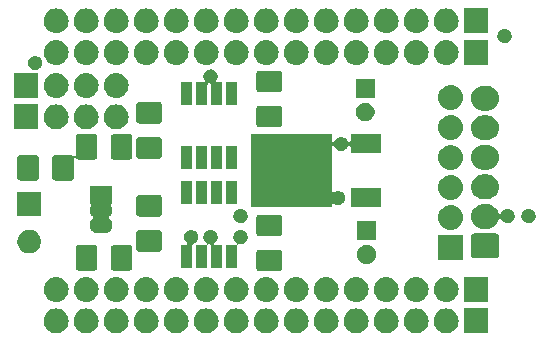
<source format=gts>
%TF.GenerationSoftware,KiCad,Pcbnew,(5.0.2)-1*%
%TF.CreationDate,2019-07-05T20:57:08+02:00*%
%TF.ProjectId,PSAVanCanBridge_v11,56616e43-616e-4457-9370-33322e6b6963,rev?*%
%TF.SameCoordinates,Original*%
%TF.FileFunction,Soldermask,Top*%
%TF.FilePolarity,Negative*%
%FSLAX46Y46*%
G04 Gerber Fmt 4.6, Leading zero omitted, Abs format (unit mm)*
G04 Created by KiCad (PCBNEW (5.0.2)-1) date 05/07/2019 20:57:08*
%MOMM*%
%LPD*%
G01*
G04 APERTURE LIST*
%ADD10C,0.100000*%
G04 APERTURE END LIST*
D10*
G36*
X53468707Y-59409597D02*
X53545836Y-59417193D01*
X53677787Y-59457220D01*
X53743763Y-59477233D01*
X53926172Y-59574733D01*
X54086054Y-59705946D01*
X54217267Y-59865828D01*
X54314767Y-60048237D01*
X54314767Y-60048238D01*
X54374807Y-60246164D01*
X54395080Y-60452000D01*
X54374807Y-60657836D01*
X54334780Y-60789787D01*
X54314767Y-60855763D01*
X54217267Y-61038172D01*
X54086054Y-61198054D01*
X53926172Y-61329267D01*
X53743763Y-61426767D01*
X53677787Y-61446780D01*
X53545836Y-61486807D01*
X53468707Y-61494403D01*
X53391580Y-61502000D01*
X53288420Y-61502000D01*
X53211293Y-61494403D01*
X53134164Y-61486807D01*
X53002213Y-61446780D01*
X52936237Y-61426767D01*
X52753828Y-61329267D01*
X52593946Y-61198054D01*
X52462733Y-61038172D01*
X52365233Y-60855763D01*
X52345220Y-60789787D01*
X52305193Y-60657836D01*
X52284920Y-60452000D01*
X52305193Y-60246164D01*
X52365233Y-60048238D01*
X52365233Y-60048237D01*
X52462733Y-59865828D01*
X52593946Y-59705946D01*
X52753828Y-59574733D01*
X52936237Y-59477233D01*
X53002213Y-59457220D01*
X53134164Y-59417193D01*
X53211293Y-59409597D01*
X53288420Y-59402000D01*
X53391580Y-59402000D01*
X53468707Y-59409597D01*
X53468707Y-59409597D01*
G37*
G36*
X73788707Y-59409597D02*
X73865836Y-59417193D01*
X73997787Y-59457220D01*
X74063763Y-59477233D01*
X74246172Y-59574733D01*
X74406054Y-59705946D01*
X74537267Y-59865828D01*
X74634767Y-60048237D01*
X74634767Y-60048238D01*
X74694807Y-60246164D01*
X74715080Y-60452000D01*
X74694807Y-60657836D01*
X74654780Y-60789787D01*
X74634767Y-60855763D01*
X74537267Y-61038172D01*
X74406054Y-61198054D01*
X74246172Y-61329267D01*
X74063763Y-61426767D01*
X73997787Y-61446780D01*
X73865836Y-61486807D01*
X73788707Y-61494403D01*
X73711580Y-61502000D01*
X73608420Y-61502000D01*
X73531293Y-61494403D01*
X73454164Y-61486807D01*
X73322213Y-61446780D01*
X73256237Y-61426767D01*
X73073828Y-61329267D01*
X72913946Y-61198054D01*
X72782733Y-61038172D01*
X72685233Y-60855763D01*
X72665220Y-60789787D01*
X72625193Y-60657836D01*
X72604920Y-60452000D01*
X72625193Y-60246164D01*
X72685233Y-60048238D01*
X72685233Y-60048237D01*
X72782733Y-59865828D01*
X72913946Y-59705946D01*
X73073828Y-59574733D01*
X73256237Y-59477233D01*
X73322213Y-59457220D01*
X73454164Y-59417193D01*
X73531293Y-59409597D01*
X73608420Y-59402000D01*
X73711580Y-59402000D01*
X73788707Y-59409597D01*
X73788707Y-59409597D01*
G37*
G36*
X89950000Y-61502000D02*
X87850000Y-61502000D01*
X87850000Y-59402000D01*
X89950000Y-59402000D01*
X89950000Y-61502000D01*
X89950000Y-61502000D01*
G37*
G36*
X83948707Y-59409597D02*
X84025836Y-59417193D01*
X84157787Y-59457220D01*
X84223763Y-59477233D01*
X84406172Y-59574733D01*
X84566054Y-59705946D01*
X84697267Y-59865828D01*
X84794767Y-60048237D01*
X84794767Y-60048238D01*
X84854807Y-60246164D01*
X84875080Y-60452000D01*
X84854807Y-60657836D01*
X84814780Y-60789787D01*
X84794767Y-60855763D01*
X84697267Y-61038172D01*
X84566054Y-61198054D01*
X84406172Y-61329267D01*
X84223763Y-61426767D01*
X84157787Y-61446780D01*
X84025836Y-61486807D01*
X83948707Y-61494403D01*
X83871580Y-61502000D01*
X83768420Y-61502000D01*
X83691293Y-61494403D01*
X83614164Y-61486807D01*
X83482213Y-61446780D01*
X83416237Y-61426767D01*
X83233828Y-61329267D01*
X83073946Y-61198054D01*
X82942733Y-61038172D01*
X82845233Y-60855763D01*
X82825220Y-60789787D01*
X82785193Y-60657836D01*
X82764920Y-60452000D01*
X82785193Y-60246164D01*
X82845233Y-60048238D01*
X82845233Y-60048237D01*
X82942733Y-59865828D01*
X83073946Y-59705946D01*
X83233828Y-59574733D01*
X83416237Y-59477233D01*
X83482213Y-59457220D01*
X83614164Y-59417193D01*
X83691293Y-59409597D01*
X83768420Y-59402000D01*
X83871580Y-59402000D01*
X83948707Y-59409597D01*
X83948707Y-59409597D01*
G37*
G36*
X81408707Y-59409597D02*
X81485836Y-59417193D01*
X81617787Y-59457220D01*
X81683763Y-59477233D01*
X81866172Y-59574733D01*
X82026054Y-59705946D01*
X82157267Y-59865828D01*
X82254767Y-60048237D01*
X82254767Y-60048238D01*
X82314807Y-60246164D01*
X82335080Y-60452000D01*
X82314807Y-60657836D01*
X82274780Y-60789787D01*
X82254767Y-60855763D01*
X82157267Y-61038172D01*
X82026054Y-61198054D01*
X81866172Y-61329267D01*
X81683763Y-61426767D01*
X81617787Y-61446780D01*
X81485836Y-61486807D01*
X81408707Y-61494403D01*
X81331580Y-61502000D01*
X81228420Y-61502000D01*
X81151293Y-61494403D01*
X81074164Y-61486807D01*
X80942213Y-61446780D01*
X80876237Y-61426767D01*
X80693828Y-61329267D01*
X80533946Y-61198054D01*
X80402733Y-61038172D01*
X80305233Y-60855763D01*
X80285220Y-60789787D01*
X80245193Y-60657836D01*
X80224920Y-60452000D01*
X80245193Y-60246164D01*
X80305233Y-60048238D01*
X80305233Y-60048237D01*
X80402733Y-59865828D01*
X80533946Y-59705946D01*
X80693828Y-59574733D01*
X80876237Y-59477233D01*
X80942213Y-59457220D01*
X81074164Y-59417193D01*
X81151293Y-59409597D01*
X81228420Y-59402000D01*
X81331580Y-59402000D01*
X81408707Y-59409597D01*
X81408707Y-59409597D01*
G37*
G36*
X78868707Y-59409597D02*
X78945836Y-59417193D01*
X79077787Y-59457220D01*
X79143763Y-59477233D01*
X79326172Y-59574733D01*
X79486054Y-59705946D01*
X79617267Y-59865828D01*
X79714767Y-60048237D01*
X79714767Y-60048238D01*
X79774807Y-60246164D01*
X79795080Y-60452000D01*
X79774807Y-60657836D01*
X79734780Y-60789787D01*
X79714767Y-60855763D01*
X79617267Y-61038172D01*
X79486054Y-61198054D01*
X79326172Y-61329267D01*
X79143763Y-61426767D01*
X79077787Y-61446780D01*
X78945836Y-61486807D01*
X78868707Y-61494403D01*
X78791580Y-61502000D01*
X78688420Y-61502000D01*
X78611293Y-61494403D01*
X78534164Y-61486807D01*
X78402213Y-61446780D01*
X78336237Y-61426767D01*
X78153828Y-61329267D01*
X77993946Y-61198054D01*
X77862733Y-61038172D01*
X77765233Y-60855763D01*
X77745220Y-60789787D01*
X77705193Y-60657836D01*
X77684920Y-60452000D01*
X77705193Y-60246164D01*
X77765233Y-60048238D01*
X77765233Y-60048237D01*
X77862733Y-59865828D01*
X77993946Y-59705946D01*
X78153828Y-59574733D01*
X78336237Y-59477233D01*
X78402213Y-59457220D01*
X78534164Y-59417193D01*
X78611293Y-59409597D01*
X78688420Y-59402000D01*
X78791580Y-59402000D01*
X78868707Y-59409597D01*
X78868707Y-59409597D01*
G37*
G36*
X76328707Y-59409597D02*
X76405836Y-59417193D01*
X76537787Y-59457220D01*
X76603763Y-59477233D01*
X76786172Y-59574733D01*
X76946054Y-59705946D01*
X77077267Y-59865828D01*
X77174767Y-60048237D01*
X77174767Y-60048238D01*
X77234807Y-60246164D01*
X77255080Y-60452000D01*
X77234807Y-60657836D01*
X77194780Y-60789787D01*
X77174767Y-60855763D01*
X77077267Y-61038172D01*
X76946054Y-61198054D01*
X76786172Y-61329267D01*
X76603763Y-61426767D01*
X76537787Y-61446780D01*
X76405836Y-61486807D01*
X76328707Y-61494403D01*
X76251580Y-61502000D01*
X76148420Y-61502000D01*
X76071293Y-61494403D01*
X75994164Y-61486807D01*
X75862213Y-61446780D01*
X75796237Y-61426767D01*
X75613828Y-61329267D01*
X75453946Y-61198054D01*
X75322733Y-61038172D01*
X75225233Y-60855763D01*
X75205220Y-60789787D01*
X75165193Y-60657836D01*
X75144920Y-60452000D01*
X75165193Y-60246164D01*
X75225233Y-60048238D01*
X75225233Y-60048237D01*
X75322733Y-59865828D01*
X75453946Y-59705946D01*
X75613828Y-59574733D01*
X75796237Y-59477233D01*
X75862213Y-59457220D01*
X75994164Y-59417193D01*
X76071293Y-59409597D01*
X76148420Y-59402000D01*
X76251580Y-59402000D01*
X76328707Y-59409597D01*
X76328707Y-59409597D01*
G37*
G36*
X86488707Y-59409597D02*
X86565836Y-59417193D01*
X86697787Y-59457220D01*
X86763763Y-59477233D01*
X86946172Y-59574733D01*
X87106054Y-59705946D01*
X87237267Y-59865828D01*
X87334767Y-60048237D01*
X87334767Y-60048238D01*
X87394807Y-60246164D01*
X87415080Y-60452000D01*
X87394807Y-60657836D01*
X87354780Y-60789787D01*
X87334767Y-60855763D01*
X87237267Y-61038172D01*
X87106054Y-61198054D01*
X86946172Y-61329267D01*
X86763763Y-61426767D01*
X86697787Y-61446780D01*
X86565836Y-61486807D01*
X86488707Y-61494403D01*
X86411580Y-61502000D01*
X86308420Y-61502000D01*
X86231293Y-61494403D01*
X86154164Y-61486807D01*
X86022213Y-61446780D01*
X85956237Y-61426767D01*
X85773828Y-61329267D01*
X85613946Y-61198054D01*
X85482733Y-61038172D01*
X85385233Y-60855763D01*
X85365220Y-60789787D01*
X85325193Y-60657836D01*
X85304920Y-60452000D01*
X85325193Y-60246164D01*
X85385233Y-60048238D01*
X85385233Y-60048237D01*
X85482733Y-59865828D01*
X85613946Y-59705946D01*
X85773828Y-59574733D01*
X85956237Y-59477233D01*
X86022213Y-59457220D01*
X86154164Y-59417193D01*
X86231293Y-59409597D01*
X86308420Y-59402000D01*
X86411580Y-59402000D01*
X86488707Y-59409597D01*
X86488707Y-59409597D01*
G37*
G36*
X68708707Y-59409597D02*
X68785836Y-59417193D01*
X68917787Y-59457220D01*
X68983763Y-59477233D01*
X69166172Y-59574733D01*
X69326054Y-59705946D01*
X69457267Y-59865828D01*
X69554767Y-60048237D01*
X69554767Y-60048238D01*
X69614807Y-60246164D01*
X69635080Y-60452000D01*
X69614807Y-60657836D01*
X69574780Y-60789787D01*
X69554767Y-60855763D01*
X69457267Y-61038172D01*
X69326054Y-61198054D01*
X69166172Y-61329267D01*
X68983763Y-61426767D01*
X68917787Y-61446780D01*
X68785836Y-61486807D01*
X68708707Y-61494403D01*
X68631580Y-61502000D01*
X68528420Y-61502000D01*
X68451293Y-61494403D01*
X68374164Y-61486807D01*
X68242213Y-61446780D01*
X68176237Y-61426767D01*
X67993828Y-61329267D01*
X67833946Y-61198054D01*
X67702733Y-61038172D01*
X67605233Y-60855763D01*
X67585220Y-60789787D01*
X67545193Y-60657836D01*
X67524920Y-60452000D01*
X67545193Y-60246164D01*
X67605233Y-60048238D01*
X67605233Y-60048237D01*
X67702733Y-59865828D01*
X67833946Y-59705946D01*
X67993828Y-59574733D01*
X68176237Y-59477233D01*
X68242213Y-59457220D01*
X68374164Y-59417193D01*
X68451293Y-59409597D01*
X68528420Y-59402000D01*
X68631580Y-59402000D01*
X68708707Y-59409597D01*
X68708707Y-59409597D01*
G37*
G36*
X66168707Y-59409597D02*
X66245836Y-59417193D01*
X66377787Y-59457220D01*
X66443763Y-59477233D01*
X66626172Y-59574733D01*
X66786054Y-59705946D01*
X66917267Y-59865828D01*
X67014767Y-60048237D01*
X67014767Y-60048238D01*
X67074807Y-60246164D01*
X67095080Y-60452000D01*
X67074807Y-60657836D01*
X67034780Y-60789787D01*
X67014767Y-60855763D01*
X66917267Y-61038172D01*
X66786054Y-61198054D01*
X66626172Y-61329267D01*
X66443763Y-61426767D01*
X66377787Y-61446780D01*
X66245836Y-61486807D01*
X66168707Y-61494403D01*
X66091580Y-61502000D01*
X65988420Y-61502000D01*
X65911293Y-61494403D01*
X65834164Y-61486807D01*
X65702213Y-61446780D01*
X65636237Y-61426767D01*
X65453828Y-61329267D01*
X65293946Y-61198054D01*
X65162733Y-61038172D01*
X65065233Y-60855763D01*
X65045220Y-60789787D01*
X65005193Y-60657836D01*
X64984920Y-60452000D01*
X65005193Y-60246164D01*
X65065233Y-60048238D01*
X65065233Y-60048237D01*
X65162733Y-59865828D01*
X65293946Y-59705946D01*
X65453828Y-59574733D01*
X65636237Y-59477233D01*
X65702213Y-59457220D01*
X65834164Y-59417193D01*
X65911293Y-59409597D01*
X65988420Y-59402000D01*
X66091580Y-59402000D01*
X66168707Y-59409597D01*
X66168707Y-59409597D01*
G37*
G36*
X63628707Y-59409597D02*
X63705836Y-59417193D01*
X63837787Y-59457220D01*
X63903763Y-59477233D01*
X64086172Y-59574733D01*
X64246054Y-59705946D01*
X64377267Y-59865828D01*
X64474767Y-60048237D01*
X64474767Y-60048238D01*
X64534807Y-60246164D01*
X64555080Y-60452000D01*
X64534807Y-60657836D01*
X64494780Y-60789787D01*
X64474767Y-60855763D01*
X64377267Y-61038172D01*
X64246054Y-61198054D01*
X64086172Y-61329267D01*
X63903763Y-61426767D01*
X63837787Y-61446780D01*
X63705836Y-61486807D01*
X63628707Y-61494403D01*
X63551580Y-61502000D01*
X63448420Y-61502000D01*
X63371293Y-61494403D01*
X63294164Y-61486807D01*
X63162213Y-61446780D01*
X63096237Y-61426767D01*
X62913828Y-61329267D01*
X62753946Y-61198054D01*
X62622733Y-61038172D01*
X62525233Y-60855763D01*
X62505220Y-60789787D01*
X62465193Y-60657836D01*
X62444920Y-60452000D01*
X62465193Y-60246164D01*
X62525233Y-60048238D01*
X62525233Y-60048237D01*
X62622733Y-59865828D01*
X62753946Y-59705946D01*
X62913828Y-59574733D01*
X63096237Y-59477233D01*
X63162213Y-59457220D01*
X63294164Y-59417193D01*
X63371293Y-59409597D01*
X63448420Y-59402000D01*
X63551580Y-59402000D01*
X63628707Y-59409597D01*
X63628707Y-59409597D01*
G37*
G36*
X61088707Y-59409597D02*
X61165836Y-59417193D01*
X61297787Y-59457220D01*
X61363763Y-59477233D01*
X61546172Y-59574733D01*
X61706054Y-59705946D01*
X61837267Y-59865828D01*
X61934767Y-60048237D01*
X61934767Y-60048238D01*
X61994807Y-60246164D01*
X62015080Y-60452000D01*
X61994807Y-60657836D01*
X61954780Y-60789787D01*
X61934767Y-60855763D01*
X61837267Y-61038172D01*
X61706054Y-61198054D01*
X61546172Y-61329267D01*
X61363763Y-61426767D01*
X61297787Y-61446780D01*
X61165836Y-61486807D01*
X61088707Y-61494403D01*
X61011580Y-61502000D01*
X60908420Y-61502000D01*
X60831293Y-61494403D01*
X60754164Y-61486807D01*
X60622213Y-61446780D01*
X60556237Y-61426767D01*
X60373828Y-61329267D01*
X60213946Y-61198054D01*
X60082733Y-61038172D01*
X59985233Y-60855763D01*
X59965220Y-60789787D01*
X59925193Y-60657836D01*
X59904920Y-60452000D01*
X59925193Y-60246164D01*
X59985233Y-60048238D01*
X59985233Y-60048237D01*
X60082733Y-59865828D01*
X60213946Y-59705946D01*
X60373828Y-59574733D01*
X60556237Y-59477233D01*
X60622213Y-59457220D01*
X60754164Y-59417193D01*
X60831293Y-59409597D01*
X60908420Y-59402000D01*
X61011580Y-59402000D01*
X61088707Y-59409597D01*
X61088707Y-59409597D01*
G37*
G36*
X58548707Y-59409597D02*
X58625836Y-59417193D01*
X58757787Y-59457220D01*
X58823763Y-59477233D01*
X59006172Y-59574733D01*
X59166054Y-59705946D01*
X59297267Y-59865828D01*
X59394767Y-60048237D01*
X59394767Y-60048238D01*
X59454807Y-60246164D01*
X59475080Y-60452000D01*
X59454807Y-60657836D01*
X59414780Y-60789787D01*
X59394767Y-60855763D01*
X59297267Y-61038172D01*
X59166054Y-61198054D01*
X59006172Y-61329267D01*
X58823763Y-61426767D01*
X58757787Y-61446780D01*
X58625836Y-61486807D01*
X58548707Y-61494403D01*
X58471580Y-61502000D01*
X58368420Y-61502000D01*
X58291293Y-61494403D01*
X58214164Y-61486807D01*
X58082213Y-61446780D01*
X58016237Y-61426767D01*
X57833828Y-61329267D01*
X57673946Y-61198054D01*
X57542733Y-61038172D01*
X57445233Y-60855763D01*
X57425220Y-60789787D01*
X57385193Y-60657836D01*
X57364920Y-60452000D01*
X57385193Y-60246164D01*
X57445233Y-60048238D01*
X57445233Y-60048237D01*
X57542733Y-59865828D01*
X57673946Y-59705946D01*
X57833828Y-59574733D01*
X58016237Y-59477233D01*
X58082213Y-59457220D01*
X58214164Y-59417193D01*
X58291293Y-59409597D01*
X58368420Y-59402000D01*
X58471580Y-59402000D01*
X58548707Y-59409597D01*
X58548707Y-59409597D01*
G37*
G36*
X56008707Y-59409597D02*
X56085836Y-59417193D01*
X56217787Y-59457220D01*
X56283763Y-59477233D01*
X56466172Y-59574733D01*
X56626054Y-59705946D01*
X56757267Y-59865828D01*
X56854767Y-60048237D01*
X56854767Y-60048238D01*
X56914807Y-60246164D01*
X56935080Y-60452000D01*
X56914807Y-60657836D01*
X56874780Y-60789787D01*
X56854767Y-60855763D01*
X56757267Y-61038172D01*
X56626054Y-61198054D01*
X56466172Y-61329267D01*
X56283763Y-61426767D01*
X56217787Y-61446780D01*
X56085836Y-61486807D01*
X56008707Y-61494403D01*
X55931580Y-61502000D01*
X55828420Y-61502000D01*
X55751293Y-61494403D01*
X55674164Y-61486807D01*
X55542213Y-61446780D01*
X55476237Y-61426767D01*
X55293828Y-61329267D01*
X55133946Y-61198054D01*
X55002733Y-61038172D01*
X54905233Y-60855763D01*
X54885220Y-60789787D01*
X54845193Y-60657836D01*
X54824920Y-60452000D01*
X54845193Y-60246164D01*
X54905233Y-60048238D01*
X54905233Y-60048237D01*
X55002733Y-59865828D01*
X55133946Y-59705946D01*
X55293828Y-59574733D01*
X55476237Y-59477233D01*
X55542213Y-59457220D01*
X55674164Y-59417193D01*
X55751293Y-59409597D01*
X55828420Y-59402000D01*
X55931580Y-59402000D01*
X56008707Y-59409597D01*
X56008707Y-59409597D01*
G37*
G36*
X71248707Y-59409597D02*
X71325836Y-59417193D01*
X71457787Y-59457220D01*
X71523763Y-59477233D01*
X71706172Y-59574733D01*
X71866054Y-59705946D01*
X71997267Y-59865828D01*
X72094767Y-60048237D01*
X72094767Y-60048238D01*
X72154807Y-60246164D01*
X72175080Y-60452000D01*
X72154807Y-60657836D01*
X72114780Y-60789787D01*
X72094767Y-60855763D01*
X71997267Y-61038172D01*
X71866054Y-61198054D01*
X71706172Y-61329267D01*
X71523763Y-61426767D01*
X71457787Y-61446780D01*
X71325836Y-61486807D01*
X71248707Y-61494403D01*
X71171580Y-61502000D01*
X71068420Y-61502000D01*
X70991293Y-61494403D01*
X70914164Y-61486807D01*
X70782213Y-61446780D01*
X70716237Y-61426767D01*
X70533828Y-61329267D01*
X70373946Y-61198054D01*
X70242733Y-61038172D01*
X70145233Y-60855763D01*
X70125220Y-60789787D01*
X70085193Y-60657836D01*
X70064920Y-60452000D01*
X70085193Y-60246164D01*
X70145233Y-60048238D01*
X70145233Y-60048237D01*
X70242733Y-59865828D01*
X70373946Y-59705946D01*
X70533828Y-59574733D01*
X70716237Y-59477233D01*
X70782213Y-59457220D01*
X70914164Y-59417193D01*
X70991293Y-59409597D01*
X71068420Y-59402000D01*
X71171580Y-59402000D01*
X71248707Y-59409597D01*
X71248707Y-59409597D01*
G37*
G36*
X56008707Y-56742597D02*
X56085836Y-56750193D01*
X56217787Y-56790220D01*
X56283763Y-56810233D01*
X56466172Y-56907733D01*
X56626054Y-57038946D01*
X56757267Y-57198828D01*
X56854767Y-57381237D01*
X56854767Y-57381238D01*
X56914807Y-57579164D01*
X56935080Y-57785000D01*
X56914807Y-57990836D01*
X56874780Y-58122787D01*
X56854767Y-58188763D01*
X56757267Y-58371172D01*
X56626054Y-58531054D01*
X56466172Y-58662267D01*
X56283763Y-58759767D01*
X56217787Y-58779780D01*
X56085836Y-58819807D01*
X56008707Y-58827403D01*
X55931580Y-58835000D01*
X55828420Y-58835000D01*
X55751293Y-58827403D01*
X55674164Y-58819807D01*
X55542213Y-58779780D01*
X55476237Y-58759767D01*
X55293828Y-58662267D01*
X55133946Y-58531054D01*
X55002733Y-58371172D01*
X54905233Y-58188763D01*
X54885220Y-58122787D01*
X54845193Y-57990836D01*
X54824920Y-57785000D01*
X54845193Y-57579164D01*
X54905233Y-57381238D01*
X54905233Y-57381237D01*
X55002733Y-57198828D01*
X55133946Y-57038946D01*
X55293828Y-56907733D01*
X55476237Y-56810233D01*
X55542213Y-56790220D01*
X55674164Y-56750193D01*
X55751293Y-56742597D01*
X55828420Y-56735000D01*
X55931580Y-56735000D01*
X56008707Y-56742597D01*
X56008707Y-56742597D01*
G37*
G36*
X81408707Y-56742597D02*
X81485836Y-56750193D01*
X81617787Y-56790220D01*
X81683763Y-56810233D01*
X81866172Y-56907733D01*
X82026054Y-57038946D01*
X82157267Y-57198828D01*
X82254767Y-57381237D01*
X82254767Y-57381238D01*
X82314807Y-57579164D01*
X82335080Y-57785000D01*
X82314807Y-57990836D01*
X82274780Y-58122787D01*
X82254767Y-58188763D01*
X82157267Y-58371172D01*
X82026054Y-58531054D01*
X81866172Y-58662267D01*
X81683763Y-58759767D01*
X81617787Y-58779780D01*
X81485836Y-58819807D01*
X81408707Y-58827403D01*
X81331580Y-58835000D01*
X81228420Y-58835000D01*
X81151293Y-58827403D01*
X81074164Y-58819807D01*
X80942213Y-58779780D01*
X80876237Y-58759767D01*
X80693828Y-58662267D01*
X80533946Y-58531054D01*
X80402733Y-58371172D01*
X80305233Y-58188763D01*
X80285220Y-58122787D01*
X80245193Y-57990836D01*
X80224920Y-57785000D01*
X80245193Y-57579164D01*
X80305233Y-57381238D01*
X80305233Y-57381237D01*
X80402733Y-57198828D01*
X80533946Y-57038946D01*
X80693828Y-56907733D01*
X80876237Y-56810233D01*
X80942213Y-56790220D01*
X81074164Y-56750193D01*
X81151293Y-56742597D01*
X81228420Y-56735000D01*
X81331580Y-56735000D01*
X81408707Y-56742597D01*
X81408707Y-56742597D01*
G37*
G36*
X89950000Y-58835000D02*
X87850000Y-58835000D01*
X87850000Y-56735000D01*
X89950000Y-56735000D01*
X89950000Y-58835000D01*
X89950000Y-58835000D01*
G37*
G36*
X83948707Y-56742597D02*
X84025836Y-56750193D01*
X84157787Y-56790220D01*
X84223763Y-56810233D01*
X84406172Y-56907733D01*
X84566054Y-57038946D01*
X84697267Y-57198828D01*
X84794767Y-57381237D01*
X84794767Y-57381238D01*
X84854807Y-57579164D01*
X84875080Y-57785000D01*
X84854807Y-57990836D01*
X84814780Y-58122787D01*
X84794767Y-58188763D01*
X84697267Y-58371172D01*
X84566054Y-58531054D01*
X84406172Y-58662267D01*
X84223763Y-58759767D01*
X84157787Y-58779780D01*
X84025836Y-58819807D01*
X83948707Y-58827403D01*
X83871580Y-58835000D01*
X83768420Y-58835000D01*
X83691293Y-58827403D01*
X83614164Y-58819807D01*
X83482213Y-58779780D01*
X83416237Y-58759767D01*
X83233828Y-58662267D01*
X83073946Y-58531054D01*
X82942733Y-58371172D01*
X82845233Y-58188763D01*
X82825220Y-58122787D01*
X82785193Y-57990836D01*
X82764920Y-57785000D01*
X82785193Y-57579164D01*
X82845233Y-57381238D01*
X82845233Y-57381237D01*
X82942733Y-57198828D01*
X83073946Y-57038946D01*
X83233828Y-56907733D01*
X83416237Y-56810233D01*
X83482213Y-56790220D01*
X83614164Y-56750193D01*
X83691293Y-56742597D01*
X83768420Y-56735000D01*
X83871580Y-56735000D01*
X83948707Y-56742597D01*
X83948707Y-56742597D01*
G37*
G36*
X53468707Y-56742597D02*
X53545836Y-56750193D01*
X53677787Y-56790220D01*
X53743763Y-56810233D01*
X53926172Y-56907733D01*
X54086054Y-57038946D01*
X54217267Y-57198828D01*
X54314767Y-57381237D01*
X54314767Y-57381238D01*
X54374807Y-57579164D01*
X54395080Y-57785000D01*
X54374807Y-57990836D01*
X54334780Y-58122787D01*
X54314767Y-58188763D01*
X54217267Y-58371172D01*
X54086054Y-58531054D01*
X53926172Y-58662267D01*
X53743763Y-58759767D01*
X53677787Y-58779780D01*
X53545836Y-58819807D01*
X53468707Y-58827403D01*
X53391580Y-58835000D01*
X53288420Y-58835000D01*
X53211293Y-58827403D01*
X53134164Y-58819807D01*
X53002213Y-58779780D01*
X52936237Y-58759767D01*
X52753828Y-58662267D01*
X52593946Y-58531054D01*
X52462733Y-58371172D01*
X52365233Y-58188763D01*
X52345220Y-58122787D01*
X52305193Y-57990836D01*
X52284920Y-57785000D01*
X52305193Y-57579164D01*
X52365233Y-57381238D01*
X52365233Y-57381237D01*
X52462733Y-57198828D01*
X52593946Y-57038946D01*
X52753828Y-56907733D01*
X52936237Y-56810233D01*
X53002213Y-56790220D01*
X53134164Y-56750193D01*
X53211293Y-56742597D01*
X53288420Y-56735000D01*
X53391580Y-56735000D01*
X53468707Y-56742597D01*
X53468707Y-56742597D01*
G37*
G36*
X58548707Y-56742597D02*
X58625836Y-56750193D01*
X58757787Y-56790220D01*
X58823763Y-56810233D01*
X59006172Y-56907733D01*
X59166054Y-57038946D01*
X59297267Y-57198828D01*
X59394767Y-57381237D01*
X59394767Y-57381238D01*
X59454807Y-57579164D01*
X59475080Y-57785000D01*
X59454807Y-57990836D01*
X59414780Y-58122787D01*
X59394767Y-58188763D01*
X59297267Y-58371172D01*
X59166054Y-58531054D01*
X59006172Y-58662267D01*
X58823763Y-58759767D01*
X58757787Y-58779780D01*
X58625836Y-58819807D01*
X58548707Y-58827403D01*
X58471580Y-58835000D01*
X58368420Y-58835000D01*
X58291293Y-58827403D01*
X58214164Y-58819807D01*
X58082213Y-58779780D01*
X58016237Y-58759767D01*
X57833828Y-58662267D01*
X57673946Y-58531054D01*
X57542733Y-58371172D01*
X57445233Y-58188763D01*
X57425220Y-58122787D01*
X57385193Y-57990836D01*
X57364920Y-57785000D01*
X57385193Y-57579164D01*
X57445233Y-57381238D01*
X57445233Y-57381237D01*
X57542733Y-57198828D01*
X57673946Y-57038946D01*
X57833828Y-56907733D01*
X58016237Y-56810233D01*
X58082213Y-56790220D01*
X58214164Y-56750193D01*
X58291293Y-56742597D01*
X58368420Y-56735000D01*
X58471580Y-56735000D01*
X58548707Y-56742597D01*
X58548707Y-56742597D01*
G37*
G36*
X86488707Y-56742597D02*
X86565836Y-56750193D01*
X86697787Y-56790220D01*
X86763763Y-56810233D01*
X86946172Y-56907733D01*
X87106054Y-57038946D01*
X87237267Y-57198828D01*
X87334767Y-57381237D01*
X87334767Y-57381238D01*
X87394807Y-57579164D01*
X87415080Y-57785000D01*
X87394807Y-57990836D01*
X87354780Y-58122787D01*
X87334767Y-58188763D01*
X87237267Y-58371172D01*
X87106054Y-58531054D01*
X86946172Y-58662267D01*
X86763763Y-58759767D01*
X86697787Y-58779780D01*
X86565836Y-58819807D01*
X86488707Y-58827403D01*
X86411580Y-58835000D01*
X86308420Y-58835000D01*
X86231293Y-58827403D01*
X86154164Y-58819807D01*
X86022213Y-58779780D01*
X85956237Y-58759767D01*
X85773828Y-58662267D01*
X85613946Y-58531054D01*
X85482733Y-58371172D01*
X85385233Y-58188763D01*
X85365220Y-58122787D01*
X85325193Y-57990836D01*
X85304920Y-57785000D01*
X85325193Y-57579164D01*
X85385233Y-57381238D01*
X85385233Y-57381237D01*
X85482733Y-57198828D01*
X85613946Y-57038946D01*
X85773828Y-56907733D01*
X85956237Y-56810233D01*
X86022213Y-56790220D01*
X86154164Y-56750193D01*
X86231293Y-56742597D01*
X86308420Y-56735000D01*
X86411580Y-56735000D01*
X86488707Y-56742597D01*
X86488707Y-56742597D01*
G37*
G36*
X61088707Y-56742597D02*
X61165836Y-56750193D01*
X61297787Y-56790220D01*
X61363763Y-56810233D01*
X61546172Y-56907733D01*
X61706054Y-57038946D01*
X61837267Y-57198828D01*
X61934767Y-57381237D01*
X61934767Y-57381238D01*
X61994807Y-57579164D01*
X62015080Y-57785000D01*
X61994807Y-57990836D01*
X61954780Y-58122787D01*
X61934767Y-58188763D01*
X61837267Y-58371172D01*
X61706054Y-58531054D01*
X61546172Y-58662267D01*
X61363763Y-58759767D01*
X61297787Y-58779780D01*
X61165836Y-58819807D01*
X61088707Y-58827403D01*
X61011580Y-58835000D01*
X60908420Y-58835000D01*
X60831293Y-58827403D01*
X60754164Y-58819807D01*
X60622213Y-58779780D01*
X60556237Y-58759767D01*
X60373828Y-58662267D01*
X60213946Y-58531054D01*
X60082733Y-58371172D01*
X59985233Y-58188763D01*
X59965220Y-58122787D01*
X59925193Y-57990836D01*
X59904920Y-57785000D01*
X59925193Y-57579164D01*
X59985233Y-57381238D01*
X59985233Y-57381237D01*
X60082733Y-57198828D01*
X60213946Y-57038946D01*
X60373828Y-56907733D01*
X60556237Y-56810233D01*
X60622213Y-56790220D01*
X60754164Y-56750193D01*
X60831293Y-56742597D01*
X60908420Y-56735000D01*
X61011580Y-56735000D01*
X61088707Y-56742597D01*
X61088707Y-56742597D01*
G37*
G36*
X63628707Y-56742597D02*
X63705836Y-56750193D01*
X63837787Y-56790220D01*
X63903763Y-56810233D01*
X64086172Y-56907733D01*
X64246054Y-57038946D01*
X64377267Y-57198828D01*
X64474767Y-57381237D01*
X64474767Y-57381238D01*
X64534807Y-57579164D01*
X64555080Y-57785000D01*
X64534807Y-57990836D01*
X64494780Y-58122787D01*
X64474767Y-58188763D01*
X64377267Y-58371172D01*
X64246054Y-58531054D01*
X64086172Y-58662267D01*
X63903763Y-58759767D01*
X63837787Y-58779780D01*
X63705836Y-58819807D01*
X63628707Y-58827403D01*
X63551580Y-58835000D01*
X63448420Y-58835000D01*
X63371293Y-58827403D01*
X63294164Y-58819807D01*
X63162213Y-58779780D01*
X63096237Y-58759767D01*
X62913828Y-58662267D01*
X62753946Y-58531054D01*
X62622733Y-58371172D01*
X62525233Y-58188763D01*
X62505220Y-58122787D01*
X62465193Y-57990836D01*
X62444920Y-57785000D01*
X62465193Y-57579164D01*
X62525233Y-57381238D01*
X62525233Y-57381237D01*
X62622733Y-57198828D01*
X62753946Y-57038946D01*
X62913828Y-56907733D01*
X63096237Y-56810233D01*
X63162213Y-56790220D01*
X63294164Y-56750193D01*
X63371293Y-56742597D01*
X63448420Y-56735000D01*
X63551580Y-56735000D01*
X63628707Y-56742597D01*
X63628707Y-56742597D01*
G37*
G36*
X66168707Y-56742597D02*
X66245836Y-56750193D01*
X66377787Y-56790220D01*
X66443763Y-56810233D01*
X66626172Y-56907733D01*
X66786054Y-57038946D01*
X66917267Y-57198828D01*
X67014767Y-57381237D01*
X67014767Y-57381238D01*
X67074807Y-57579164D01*
X67095080Y-57785000D01*
X67074807Y-57990836D01*
X67034780Y-58122787D01*
X67014767Y-58188763D01*
X66917267Y-58371172D01*
X66786054Y-58531054D01*
X66626172Y-58662267D01*
X66443763Y-58759767D01*
X66377787Y-58779780D01*
X66245836Y-58819807D01*
X66168707Y-58827403D01*
X66091580Y-58835000D01*
X65988420Y-58835000D01*
X65911293Y-58827403D01*
X65834164Y-58819807D01*
X65702213Y-58779780D01*
X65636237Y-58759767D01*
X65453828Y-58662267D01*
X65293946Y-58531054D01*
X65162733Y-58371172D01*
X65065233Y-58188763D01*
X65045220Y-58122787D01*
X65005193Y-57990836D01*
X64984920Y-57785000D01*
X65005193Y-57579164D01*
X65065233Y-57381238D01*
X65065233Y-57381237D01*
X65162733Y-57198828D01*
X65293946Y-57038946D01*
X65453828Y-56907733D01*
X65636237Y-56810233D01*
X65702213Y-56790220D01*
X65834164Y-56750193D01*
X65911293Y-56742597D01*
X65988420Y-56735000D01*
X66091580Y-56735000D01*
X66168707Y-56742597D01*
X66168707Y-56742597D01*
G37*
G36*
X76328707Y-56742597D02*
X76405836Y-56750193D01*
X76537787Y-56790220D01*
X76603763Y-56810233D01*
X76786172Y-56907733D01*
X76946054Y-57038946D01*
X77077267Y-57198828D01*
X77174767Y-57381237D01*
X77174767Y-57381238D01*
X77234807Y-57579164D01*
X77255080Y-57785000D01*
X77234807Y-57990836D01*
X77194780Y-58122787D01*
X77174767Y-58188763D01*
X77077267Y-58371172D01*
X76946054Y-58531054D01*
X76786172Y-58662267D01*
X76603763Y-58759767D01*
X76537787Y-58779780D01*
X76405836Y-58819807D01*
X76328707Y-58827403D01*
X76251580Y-58835000D01*
X76148420Y-58835000D01*
X76071293Y-58827403D01*
X75994164Y-58819807D01*
X75862213Y-58779780D01*
X75796237Y-58759767D01*
X75613828Y-58662267D01*
X75453946Y-58531054D01*
X75322733Y-58371172D01*
X75225233Y-58188763D01*
X75205220Y-58122787D01*
X75165193Y-57990836D01*
X75144920Y-57785000D01*
X75165193Y-57579164D01*
X75225233Y-57381238D01*
X75225233Y-57381237D01*
X75322733Y-57198828D01*
X75453946Y-57038946D01*
X75613828Y-56907733D01*
X75796237Y-56810233D01*
X75862213Y-56790220D01*
X75994164Y-56750193D01*
X76071293Y-56742597D01*
X76148420Y-56735000D01*
X76251580Y-56735000D01*
X76328707Y-56742597D01*
X76328707Y-56742597D01*
G37*
G36*
X73788707Y-56742597D02*
X73865836Y-56750193D01*
X73997787Y-56790220D01*
X74063763Y-56810233D01*
X74246172Y-56907733D01*
X74406054Y-57038946D01*
X74537267Y-57198828D01*
X74634767Y-57381237D01*
X74634767Y-57381238D01*
X74694807Y-57579164D01*
X74715080Y-57785000D01*
X74694807Y-57990836D01*
X74654780Y-58122787D01*
X74634767Y-58188763D01*
X74537267Y-58371172D01*
X74406054Y-58531054D01*
X74246172Y-58662267D01*
X74063763Y-58759767D01*
X73997787Y-58779780D01*
X73865836Y-58819807D01*
X73788707Y-58827403D01*
X73711580Y-58835000D01*
X73608420Y-58835000D01*
X73531293Y-58827403D01*
X73454164Y-58819807D01*
X73322213Y-58779780D01*
X73256237Y-58759767D01*
X73073828Y-58662267D01*
X72913946Y-58531054D01*
X72782733Y-58371172D01*
X72685233Y-58188763D01*
X72665220Y-58122787D01*
X72625193Y-57990836D01*
X72604920Y-57785000D01*
X72625193Y-57579164D01*
X72685233Y-57381238D01*
X72685233Y-57381237D01*
X72782733Y-57198828D01*
X72913946Y-57038946D01*
X73073828Y-56907733D01*
X73256237Y-56810233D01*
X73322213Y-56790220D01*
X73454164Y-56750193D01*
X73531293Y-56742597D01*
X73608420Y-56735000D01*
X73711580Y-56735000D01*
X73788707Y-56742597D01*
X73788707Y-56742597D01*
G37*
G36*
X71248707Y-56742597D02*
X71325836Y-56750193D01*
X71457787Y-56790220D01*
X71523763Y-56810233D01*
X71706172Y-56907733D01*
X71866054Y-57038946D01*
X71997267Y-57198828D01*
X72094767Y-57381237D01*
X72094767Y-57381238D01*
X72154807Y-57579164D01*
X72175080Y-57785000D01*
X72154807Y-57990836D01*
X72114780Y-58122787D01*
X72094767Y-58188763D01*
X71997267Y-58371172D01*
X71866054Y-58531054D01*
X71706172Y-58662267D01*
X71523763Y-58759767D01*
X71457787Y-58779780D01*
X71325836Y-58819807D01*
X71248707Y-58827403D01*
X71171580Y-58835000D01*
X71068420Y-58835000D01*
X70991293Y-58827403D01*
X70914164Y-58819807D01*
X70782213Y-58779780D01*
X70716237Y-58759767D01*
X70533828Y-58662267D01*
X70373946Y-58531054D01*
X70242733Y-58371172D01*
X70145233Y-58188763D01*
X70125220Y-58122787D01*
X70085193Y-57990836D01*
X70064920Y-57785000D01*
X70085193Y-57579164D01*
X70145233Y-57381238D01*
X70145233Y-57381237D01*
X70242733Y-57198828D01*
X70373946Y-57038946D01*
X70533828Y-56907733D01*
X70716237Y-56810233D01*
X70782213Y-56790220D01*
X70914164Y-56750193D01*
X70991293Y-56742597D01*
X71068420Y-56735000D01*
X71171580Y-56735000D01*
X71248707Y-56742597D01*
X71248707Y-56742597D01*
G37*
G36*
X78868707Y-56742597D02*
X78945836Y-56750193D01*
X79077787Y-56790220D01*
X79143763Y-56810233D01*
X79326172Y-56907733D01*
X79486054Y-57038946D01*
X79617267Y-57198828D01*
X79714767Y-57381237D01*
X79714767Y-57381238D01*
X79774807Y-57579164D01*
X79795080Y-57785000D01*
X79774807Y-57990836D01*
X79734780Y-58122787D01*
X79714767Y-58188763D01*
X79617267Y-58371172D01*
X79486054Y-58531054D01*
X79326172Y-58662267D01*
X79143763Y-58759767D01*
X79077787Y-58779780D01*
X78945836Y-58819807D01*
X78868707Y-58827403D01*
X78791580Y-58835000D01*
X78688420Y-58835000D01*
X78611293Y-58827403D01*
X78534164Y-58819807D01*
X78402213Y-58779780D01*
X78336237Y-58759767D01*
X78153828Y-58662267D01*
X77993946Y-58531054D01*
X77862733Y-58371172D01*
X77765233Y-58188763D01*
X77745220Y-58122787D01*
X77705193Y-57990836D01*
X77684920Y-57785000D01*
X77705193Y-57579164D01*
X77765233Y-57381238D01*
X77765233Y-57381237D01*
X77862733Y-57198828D01*
X77993946Y-57038946D01*
X78153828Y-56907733D01*
X78336237Y-56810233D01*
X78402213Y-56790220D01*
X78534164Y-56750193D01*
X78611293Y-56742597D01*
X78688420Y-56735000D01*
X78791580Y-56735000D01*
X78868707Y-56742597D01*
X78868707Y-56742597D01*
G37*
G36*
X68708707Y-56742597D02*
X68785836Y-56750193D01*
X68917787Y-56790220D01*
X68983763Y-56810233D01*
X69166172Y-56907733D01*
X69326054Y-57038946D01*
X69457267Y-57198828D01*
X69554767Y-57381237D01*
X69554767Y-57381238D01*
X69614807Y-57579164D01*
X69635080Y-57785000D01*
X69614807Y-57990836D01*
X69574780Y-58122787D01*
X69554767Y-58188763D01*
X69457267Y-58371172D01*
X69326054Y-58531054D01*
X69166172Y-58662267D01*
X68983763Y-58759767D01*
X68917787Y-58779780D01*
X68785836Y-58819807D01*
X68708707Y-58827403D01*
X68631580Y-58835000D01*
X68528420Y-58835000D01*
X68451293Y-58827403D01*
X68374164Y-58819807D01*
X68242213Y-58779780D01*
X68176237Y-58759767D01*
X67993828Y-58662267D01*
X67833946Y-58531054D01*
X67702733Y-58371172D01*
X67605233Y-58188763D01*
X67585220Y-58122787D01*
X67545193Y-57990836D01*
X67524920Y-57785000D01*
X67545193Y-57579164D01*
X67605233Y-57381238D01*
X67605233Y-57381237D01*
X67702733Y-57198828D01*
X67833946Y-57038946D01*
X67993828Y-56907733D01*
X68176237Y-56810233D01*
X68242213Y-56790220D01*
X68374164Y-56750193D01*
X68451293Y-56742597D01*
X68528420Y-56735000D01*
X68631580Y-56735000D01*
X68708707Y-56742597D01*
X68708707Y-56742597D01*
G37*
G36*
X72256482Y-54428186D02*
X72301204Y-54441753D01*
X72342433Y-54463790D01*
X72378561Y-54493439D01*
X72408210Y-54529567D01*
X72430247Y-54570796D01*
X72443814Y-54615518D01*
X72449000Y-54668175D01*
X72449000Y-56002825D01*
X72443814Y-56055482D01*
X72430247Y-56100204D01*
X72408210Y-56141433D01*
X72378561Y-56177561D01*
X72342433Y-56207210D01*
X72301204Y-56229247D01*
X72256482Y-56242814D01*
X72203825Y-56248000D01*
X70544175Y-56248000D01*
X70491518Y-56242814D01*
X70446796Y-56229247D01*
X70405567Y-56207210D01*
X70369439Y-56177561D01*
X70339790Y-56141433D01*
X70317753Y-56100204D01*
X70304186Y-56055482D01*
X70299000Y-56002825D01*
X70299000Y-54668175D01*
X70304186Y-54615518D01*
X70317753Y-54570796D01*
X70339790Y-54529567D01*
X70369439Y-54493439D01*
X70405567Y-54463790D01*
X70446796Y-54441753D01*
X70491518Y-54428186D01*
X70544175Y-54423000D01*
X72203825Y-54423000D01*
X72256482Y-54428186D01*
X72256482Y-54428186D01*
G37*
G36*
X59611482Y-54048186D02*
X59656204Y-54061753D01*
X59697433Y-54083790D01*
X59733561Y-54113439D01*
X59763210Y-54149567D01*
X59785247Y-54190796D01*
X59798814Y-54235518D01*
X59804000Y-54288175D01*
X59804000Y-55947825D01*
X59798814Y-56000482D01*
X59785247Y-56045204D01*
X59763210Y-56086433D01*
X59733561Y-56122561D01*
X59697433Y-56152210D01*
X59656204Y-56174247D01*
X59611482Y-56187814D01*
X59558825Y-56193000D01*
X58224175Y-56193000D01*
X58171518Y-56187814D01*
X58126796Y-56174247D01*
X58085567Y-56152210D01*
X58049439Y-56122561D01*
X58019790Y-56086433D01*
X57997753Y-56045204D01*
X57984186Y-56000482D01*
X57979000Y-55947825D01*
X57979000Y-54288175D01*
X57984186Y-54235518D01*
X57997753Y-54190796D01*
X58019790Y-54149567D01*
X58049439Y-54113439D01*
X58085567Y-54083790D01*
X58126796Y-54061753D01*
X58171518Y-54048186D01*
X58224175Y-54043000D01*
X59558825Y-54043000D01*
X59611482Y-54048186D01*
X59611482Y-54048186D01*
G37*
G36*
X56636482Y-54048186D02*
X56681204Y-54061753D01*
X56722433Y-54083790D01*
X56758561Y-54113439D01*
X56788210Y-54149567D01*
X56810247Y-54190796D01*
X56823814Y-54235518D01*
X56829000Y-54288175D01*
X56829000Y-55947825D01*
X56823814Y-56000482D01*
X56810247Y-56045204D01*
X56788210Y-56086433D01*
X56758561Y-56122561D01*
X56722433Y-56152210D01*
X56681204Y-56174247D01*
X56636482Y-56187814D01*
X56583825Y-56193000D01*
X55249175Y-56193000D01*
X55196518Y-56187814D01*
X55151796Y-56174247D01*
X55110567Y-56152210D01*
X55074439Y-56122561D01*
X55044790Y-56086433D01*
X55022753Y-56045204D01*
X55009186Y-56000482D01*
X55004000Y-55947825D01*
X55004000Y-54288175D01*
X55009186Y-54235518D01*
X55022753Y-54190796D01*
X55044790Y-54149567D01*
X55074439Y-54113439D01*
X55110567Y-54083790D01*
X55151796Y-54061753D01*
X55196518Y-54048186D01*
X55249175Y-54043000D01*
X56583825Y-54043000D01*
X56636482Y-54048186D01*
X56636482Y-54048186D01*
G37*
G36*
X66596012Y-52763057D02*
X66705207Y-52808287D01*
X66803481Y-52873952D01*
X66887048Y-52957519D01*
X66952713Y-53055793D01*
X66997943Y-53164988D01*
X67021000Y-53280904D01*
X67021000Y-53399096D01*
X66997943Y-53515012D01*
X66952713Y-53624207D01*
X66887048Y-53722481D01*
X66803479Y-53806050D01*
X66782501Y-53820067D01*
X66763559Y-53835612D01*
X66748014Y-53854554D01*
X66736463Y-53876165D01*
X66729350Y-53899614D01*
X66726948Y-53924000D01*
X66729350Y-53948387D01*
X66736463Y-53971836D01*
X66748015Y-53993447D01*
X66763560Y-54012389D01*
X66782502Y-54027934D01*
X66804113Y-54039485D01*
X66827562Y-54046598D01*
X66851948Y-54049000D01*
X67429000Y-54049000D01*
X67429000Y-55999000D01*
X66429000Y-55999000D01*
X66429000Y-54055931D01*
X66426598Y-54031545D01*
X66419485Y-54008096D01*
X66407934Y-53986485D01*
X66392388Y-53967543D01*
X66373446Y-53951997D01*
X66351835Y-53940446D01*
X66328385Y-53933333D01*
X66308385Y-53929355D01*
X66283999Y-53926953D01*
X66259612Y-53929355D01*
X66236163Y-53936469D01*
X66214552Y-53948020D01*
X66195611Y-53963566D01*
X66180065Y-53982508D01*
X66168514Y-54004119D01*
X66161402Y-54027568D01*
X66159000Y-54051953D01*
X66159000Y-55999000D01*
X65159000Y-55999000D01*
X65159000Y-54041271D01*
X65176562Y-54046598D01*
X65200948Y-54049000D01*
X65990052Y-54049000D01*
X66014438Y-54046598D01*
X66037887Y-54039485D01*
X66059498Y-54027934D01*
X66078440Y-54012388D01*
X66093986Y-53993446D01*
X66105537Y-53971835D01*
X66112650Y-53948386D01*
X66115052Y-53924000D01*
X66112650Y-53899614D01*
X66105537Y-53876165D01*
X66093986Y-53854554D01*
X66078440Y-53835612D01*
X66059499Y-53820067D01*
X66038521Y-53806050D01*
X65954952Y-53722481D01*
X65889287Y-53624207D01*
X65844057Y-53515012D01*
X65821000Y-53399096D01*
X65821000Y-53280904D01*
X65844057Y-53164988D01*
X65889287Y-53055793D01*
X65954952Y-52957519D01*
X66038519Y-52873952D01*
X66136793Y-52808287D01*
X66245988Y-52763057D01*
X66361904Y-52740000D01*
X66480096Y-52740000D01*
X66596012Y-52763057D01*
X66596012Y-52763057D01*
G37*
G36*
X64945012Y-52763057D02*
X65054207Y-52808287D01*
X65152481Y-52873952D01*
X65236048Y-52957519D01*
X65301713Y-53055793D01*
X65346943Y-53164988D01*
X65370000Y-53280904D01*
X65370000Y-53399096D01*
X65346943Y-53515012D01*
X65301713Y-53624207D01*
X65236048Y-53722481D01*
X65152479Y-53806050D01*
X65131501Y-53820067D01*
X65112559Y-53835612D01*
X65097014Y-53854554D01*
X65085463Y-53876165D01*
X65078565Y-53898905D01*
X65058386Y-53892784D01*
X65034000Y-53890382D01*
X65009614Y-53892784D01*
X64986161Y-53899899D01*
X64966161Y-53908184D01*
X64944550Y-53919735D01*
X64925609Y-53935281D01*
X64910064Y-53954224D01*
X64898514Y-53975835D01*
X64891401Y-53999285D01*
X64889000Y-54023667D01*
X64889000Y-55999000D01*
X63889000Y-55999000D01*
X63889000Y-54049000D01*
X64339052Y-54049000D01*
X64363438Y-54046598D01*
X64386887Y-54039485D01*
X64408498Y-54027934D01*
X64427440Y-54012388D01*
X64442986Y-53993446D01*
X64454537Y-53971835D01*
X64461650Y-53948386D01*
X64464052Y-53924000D01*
X64461650Y-53899614D01*
X64454537Y-53876165D01*
X64442986Y-53854554D01*
X64427440Y-53835612D01*
X64408499Y-53820067D01*
X64387521Y-53806050D01*
X64303952Y-53722481D01*
X64238287Y-53624207D01*
X64193057Y-53515012D01*
X64170000Y-53399096D01*
X64170000Y-53280904D01*
X64193057Y-53164988D01*
X64238287Y-53055793D01*
X64303952Y-52957519D01*
X64387519Y-52873952D01*
X64485793Y-52808287D01*
X64594988Y-52763057D01*
X64710904Y-52740000D01*
X64829096Y-52740000D01*
X64945012Y-52763057D01*
X64945012Y-52763057D01*
G37*
G36*
X69136012Y-52763057D02*
X69245207Y-52808287D01*
X69343481Y-52873952D01*
X69427048Y-52957519D01*
X69492713Y-53055793D01*
X69537943Y-53164988D01*
X69561000Y-53280904D01*
X69561000Y-53399096D01*
X69537943Y-53515012D01*
X69492713Y-53624207D01*
X69427048Y-53722481D01*
X69343481Y-53806048D01*
X69245207Y-53871713D01*
X69136012Y-53916943D01*
X69020096Y-53940000D01*
X68901903Y-53940000D01*
X68848385Y-53929355D01*
X68823999Y-53926953D01*
X68799613Y-53929355D01*
X68776164Y-53936468D01*
X68754553Y-53948020D01*
X68735611Y-53963565D01*
X68720066Y-53982507D01*
X68708515Y-54004118D01*
X68701402Y-54027568D01*
X68699000Y-54051953D01*
X68699000Y-55999000D01*
X67699000Y-55999000D01*
X67699000Y-54049000D01*
X68530052Y-54049000D01*
X68554438Y-54046598D01*
X68577887Y-54039485D01*
X68599498Y-54027934D01*
X68618440Y-54012388D01*
X68633986Y-53993446D01*
X68645537Y-53971835D01*
X68652650Y-53948386D01*
X68655052Y-53924000D01*
X68652650Y-53899614D01*
X68645537Y-53876165D01*
X68633986Y-53854554D01*
X68618440Y-53835612D01*
X68599499Y-53820067D01*
X68578521Y-53806050D01*
X68494952Y-53722481D01*
X68429287Y-53624207D01*
X68384057Y-53515012D01*
X68361000Y-53399096D01*
X68361000Y-53280904D01*
X68384057Y-53164988D01*
X68429287Y-53055793D01*
X68494952Y-52957519D01*
X68578519Y-52873952D01*
X68676793Y-52808287D01*
X68785988Y-52763057D01*
X68901904Y-52740000D01*
X69020096Y-52740000D01*
X69136012Y-52763057D01*
X69136012Y-52763057D01*
G37*
G36*
X79862352Y-54062743D02*
X80007941Y-54123048D01*
X80138973Y-54210601D01*
X80250399Y-54322027D01*
X80337952Y-54453059D01*
X80398257Y-54598648D01*
X80429000Y-54753205D01*
X80429000Y-54910795D01*
X80398257Y-55065352D01*
X80337952Y-55210941D01*
X80250399Y-55341973D01*
X80138973Y-55453399D01*
X80007941Y-55540952D01*
X79862352Y-55601257D01*
X79707795Y-55632000D01*
X79550205Y-55632000D01*
X79395648Y-55601257D01*
X79250059Y-55540952D01*
X79119027Y-55453399D01*
X79007601Y-55341973D01*
X78920048Y-55210941D01*
X78859743Y-55065352D01*
X78829000Y-54910795D01*
X78829000Y-54753205D01*
X78859743Y-54598648D01*
X78920048Y-54453059D01*
X79007601Y-54322027D01*
X79119027Y-54210601D01*
X79250059Y-54123048D01*
X79395648Y-54062743D01*
X79550205Y-54032000D01*
X79707795Y-54032000D01*
X79862352Y-54062743D01*
X79862352Y-54062743D01*
G37*
G36*
X87791000Y-55279000D02*
X85691000Y-55279000D01*
X85691000Y-53179000D01*
X87791000Y-53179000D01*
X87791000Y-55279000D01*
X87791000Y-55279000D01*
G37*
G36*
X90659325Y-53056831D02*
X90700598Y-53069351D01*
X90738629Y-53089679D01*
X90771964Y-53117036D01*
X90799321Y-53150371D01*
X90819649Y-53188402D01*
X90832169Y-53229675D01*
X90837000Y-53278726D01*
X90837000Y-54925274D01*
X90832169Y-54974325D01*
X90819649Y-55015598D01*
X90799321Y-55053629D01*
X90771964Y-55086964D01*
X90738629Y-55114321D01*
X90700598Y-55134649D01*
X90659325Y-55147169D01*
X90610274Y-55152000D01*
X88713726Y-55152000D01*
X88664675Y-55147169D01*
X88623402Y-55134649D01*
X88585371Y-55114321D01*
X88552036Y-55086964D01*
X88524679Y-55053629D01*
X88504351Y-55015598D01*
X88491831Y-54974325D01*
X88487000Y-54925274D01*
X88487000Y-53278726D01*
X88491831Y-53229675D01*
X88504351Y-53188402D01*
X88524679Y-53150371D01*
X88552036Y-53117036D01*
X88585371Y-53089679D01*
X88623402Y-53069351D01*
X88664675Y-53056831D01*
X88713726Y-53052000D01*
X90610274Y-53052000D01*
X90659325Y-53056831D01*
X90659325Y-53056831D01*
G37*
G36*
X51229770Y-52761372D02*
X51345689Y-52784429D01*
X51527678Y-52859811D01*
X51691463Y-52969249D01*
X51830751Y-53108537D01*
X51940189Y-53272322D01*
X52015571Y-53454311D01*
X52027645Y-53515012D01*
X52054000Y-53647507D01*
X52054000Y-53844493D01*
X52042979Y-53899899D01*
X52015571Y-54037689D01*
X51940189Y-54219678D01*
X51830751Y-54383463D01*
X51691463Y-54522751D01*
X51527678Y-54632189D01*
X51345689Y-54707571D01*
X51229770Y-54730628D01*
X51152493Y-54746000D01*
X50955507Y-54746000D01*
X50878230Y-54730628D01*
X50762311Y-54707571D01*
X50580322Y-54632189D01*
X50416537Y-54522751D01*
X50277249Y-54383463D01*
X50167811Y-54219678D01*
X50092429Y-54037689D01*
X50065021Y-53899899D01*
X50054000Y-53844493D01*
X50054000Y-53647507D01*
X50080355Y-53515012D01*
X50092429Y-53454311D01*
X50167811Y-53272322D01*
X50277249Y-53108537D01*
X50416537Y-52969249D01*
X50580322Y-52859811D01*
X50762311Y-52784429D01*
X50878230Y-52761372D01*
X50955507Y-52746000D01*
X51152493Y-52746000D01*
X51229770Y-52761372D01*
X51229770Y-52761372D01*
G37*
G36*
X62096482Y-52777186D02*
X62141204Y-52790753D01*
X62182433Y-52812790D01*
X62218561Y-52842439D01*
X62248210Y-52878567D01*
X62270247Y-52919796D01*
X62283814Y-52964518D01*
X62289000Y-53017175D01*
X62289000Y-54351825D01*
X62283814Y-54404482D01*
X62270247Y-54449204D01*
X62248210Y-54490433D01*
X62218561Y-54526561D01*
X62182433Y-54556210D01*
X62141204Y-54578247D01*
X62096482Y-54591814D01*
X62043825Y-54597000D01*
X60384175Y-54597000D01*
X60331518Y-54591814D01*
X60286796Y-54578247D01*
X60245567Y-54556210D01*
X60209439Y-54526561D01*
X60179790Y-54490433D01*
X60157753Y-54449204D01*
X60144186Y-54404482D01*
X60139000Y-54351825D01*
X60139000Y-53017175D01*
X60144186Y-52964518D01*
X60157753Y-52919796D01*
X60179790Y-52878567D01*
X60209439Y-52842439D01*
X60245567Y-52812790D01*
X60286796Y-52790753D01*
X60331518Y-52777186D01*
X60384175Y-52772000D01*
X62043825Y-52772000D01*
X62096482Y-52777186D01*
X62096482Y-52777186D01*
G37*
G36*
X80429000Y-53632000D02*
X78829000Y-53632000D01*
X78829000Y-52032000D01*
X80429000Y-52032000D01*
X80429000Y-53632000D01*
X80429000Y-53632000D01*
G37*
G36*
X72256482Y-51453186D02*
X72301204Y-51466753D01*
X72342433Y-51488790D01*
X72378561Y-51518439D01*
X72408210Y-51554567D01*
X72430247Y-51595796D01*
X72443814Y-51640518D01*
X72449000Y-51693175D01*
X72449000Y-53027825D01*
X72443814Y-53080482D01*
X72430247Y-53125204D01*
X72408210Y-53166433D01*
X72378561Y-53202561D01*
X72342433Y-53232210D01*
X72301204Y-53254247D01*
X72256482Y-53267814D01*
X72203825Y-53273000D01*
X70544175Y-53273000D01*
X70491518Y-53267814D01*
X70446796Y-53254247D01*
X70405567Y-53232210D01*
X70369439Y-53202561D01*
X70339790Y-53166433D01*
X70317753Y-53125204D01*
X70304186Y-53080482D01*
X70299000Y-53027825D01*
X70299000Y-51693175D01*
X70304186Y-51640518D01*
X70317753Y-51595796D01*
X70339790Y-51554567D01*
X70369439Y-51518439D01*
X70405567Y-51488790D01*
X70446796Y-51466753D01*
X70491518Y-51453186D01*
X70544175Y-51448000D01*
X72203825Y-51448000D01*
X72256482Y-51453186D01*
X72256482Y-51453186D01*
G37*
G36*
X58100000Y-50510409D02*
X58089923Y-50511402D01*
X58066474Y-50518515D01*
X58044863Y-50530066D01*
X58025921Y-50545612D01*
X58010375Y-50564554D01*
X57998824Y-50586165D01*
X57991711Y-50609614D01*
X57989309Y-50634000D01*
X57991711Y-50658386D01*
X57998824Y-50681835D01*
X58004069Y-50692925D01*
X58048053Y-50775211D01*
X58060424Y-50815994D01*
X58089509Y-50911875D01*
X58103507Y-51054000D01*
X58089509Y-51196125D01*
X58064735Y-51277793D01*
X58048053Y-51332789D01*
X57980731Y-51458738D01*
X57890132Y-51569132D01*
X57861812Y-51592374D01*
X57844485Y-51609701D01*
X57830871Y-51630075D01*
X57821493Y-51652714D01*
X57816713Y-51676748D01*
X57816713Y-51701252D01*
X57821493Y-51725286D01*
X57830871Y-51747925D01*
X57844485Y-51768299D01*
X57861812Y-51785626D01*
X57890132Y-51808868D01*
X57980731Y-51919262D01*
X58048053Y-52045211D01*
X58048053Y-52045212D01*
X58089509Y-52181875D01*
X58103507Y-52324000D01*
X58089509Y-52466125D01*
X58085522Y-52479267D01*
X58048053Y-52602789D01*
X57980731Y-52728738D01*
X57890132Y-52839132D01*
X57779738Y-52929731D01*
X57653789Y-52997053D01*
X57608234Y-53010872D01*
X57517125Y-53038509D01*
X57446113Y-53045503D01*
X57410608Y-53049000D01*
X56889392Y-53049000D01*
X56853887Y-53045503D01*
X56782875Y-53038509D01*
X56691766Y-53010872D01*
X56646211Y-52997053D01*
X56520262Y-52929731D01*
X56409868Y-52839132D01*
X56319269Y-52728738D01*
X56251947Y-52602789D01*
X56214478Y-52479267D01*
X56210491Y-52466125D01*
X56196493Y-52324000D01*
X56210491Y-52181875D01*
X56251947Y-52045212D01*
X56251947Y-52045211D01*
X56319269Y-51919262D01*
X56409868Y-51808868D01*
X56438188Y-51785626D01*
X56455515Y-51768299D01*
X56469129Y-51747925D01*
X56478507Y-51725286D01*
X56483287Y-51701252D01*
X56483287Y-51676748D01*
X56478507Y-51652714D01*
X56469129Y-51630075D01*
X56455515Y-51609701D01*
X56438188Y-51592374D01*
X56409868Y-51569132D01*
X56319269Y-51458738D01*
X56251947Y-51332789D01*
X56235265Y-51277793D01*
X56210491Y-51196125D01*
X56196493Y-51054000D01*
X56210491Y-50911875D01*
X56239576Y-50815994D01*
X56251947Y-50775211D01*
X56295931Y-50692925D01*
X56305308Y-50670287D01*
X56310089Y-50646253D01*
X56310089Y-50621749D01*
X56305309Y-50597715D01*
X56295932Y-50575076D01*
X56282318Y-50554702D01*
X56264991Y-50537374D01*
X56244616Y-50523760D01*
X56221978Y-50514383D01*
X56200000Y-50510011D01*
X56200000Y-49059000D01*
X58100000Y-49059000D01*
X58100000Y-50510409D01*
X58100000Y-50510409D01*
G37*
G36*
X86866219Y-50646253D02*
X86946836Y-50654193D01*
X87074519Y-50692925D01*
X87144763Y-50714233D01*
X87327172Y-50811733D01*
X87487054Y-50942946D01*
X87618267Y-51102828D01*
X87715767Y-51285237D01*
X87724393Y-51313674D01*
X87775807Y-51483164D01*
X87796080Y-51689000D01*
X87775807Y-51894836D01*
X87768397Y-51919262D01*
X87715767Y-52092763D01*
X87618267Y-52275172D01*
X87487054Y-52435054D01*
X87327172Y-52566267D01*
X87144763Y-52663767D01*
X87078787Y-52683780D01*
X86946836Y-52723807D01*
X86896770Y-52728738D01*
X86792580Y-52739000D01*
X86689420Y-52739000D01*
X86585230Y-52728738D01*
X86535164Y-52723807D01*
X86403213Y-52683780D01*
X86337237Y-52663767D01*
X86154828Y-52566267D01*
X85994946Y-52435054D01*
X85863733Y-52275172D01*
X85766233Y-52092763D01*
X85713603Y-51919262D01*
X85706193Y-51894836D01*
X85685920Y-51689000D01*
X85706193Y-51483164D01*
X85757607Y-51313674D01*
X85766233Y-51285237D01*
X85863733Y-51102828D01*
X85994946Y-50942946D01*
X86154828Y-50811733D01*
X86337237Y-50714233D01*
X86407481Y-50692925D01*
X86535164Y-50654193D01*
X86615781Y-50646253D01*
X86689420Y-50639000D01*
X86792580Y-50639000D01*
X86866219Y-50646253D01*
X86866219Y-50646253D01*
G37*
G36*
X89915707Y-50559597D02*
X89992836Y-50567193D01*
X90124787Y-50607220D01*
X90190763Y-50627233D01*
X90373172Y-50724733D01*
X90533054Y-50855946D01*
X90664267Y-51015828D01*
X90751763Y-51179522D01*
X90761767Y-51198238D01*
X90789917Y-51291038D01*
X90799292Y-51313672D01*
X90812906Y-51334046D01*
X90830233Y-51351374D01*
X90850607Y-51364988D01*
X90873246Y-51374365D01*
X90897280Y-51379146D01*
X90921784Y-51379146D01*
X90945817Y-51374366D01*
X90968457Y-51364989D01*
X90988831Y-51351375D01*
X91006159Y-51334048D01*
X91019773Y-51313674D01*
X91025018Y-51302584D01*
X91035287Y-51277793D01*
X91100952Y-51179519D01*
X91184519Y-51095952D01*
X91282793Y-51030287D01*
X91391988Y-50985057D01*
X91507904Y-50962000D01*
X91626096Y-50962000D01*
X91742012Y-50985057D01*
X91851207Y-51030287D01*
X91949481Y-51095952D01*
X92033048Y-51179519D01*
X92098713Y-51277793D01*
X92143943Y-51386988D01*
X92167000Y-51502904D01*
X92167000Y-51621096D01*
X92143943Y-51737012D01*
X92098713Y-51846207D01*
X92033048Y-51944481D01*
X91949481Y-52028048D01*
X91851207Y-52093713D01*
X91742012Y-52138943D01*
X91626096Y-52162000D01*
X91507904Y-52162000D01*
X91391988Y-52138943D01*
X91282793Y-52093713D01*
X91184519Y-52028048D01*
X91100952Y-51944481D01*
X91029854Y-51838076D01*
X91027474Y-51833623D01*
X91011928Y-51814681D01*
X90992985Y-51799136D01*
X90971374Y-51787586D01*
X90947925Y-51780473D01*
X90923538Y-51778072D01*
X90899152Y-51780475D01*
X90875703Y-51787589D01*
X90854093Y-51799140D01*
X90835151Y-51814686D01*
X90819606Y-51833629D01*
X90803925Y-51866784D01*
X90795416Y-51894836D01*
X90761767Y-52005763D01*
X90664267Y-52188172D01*
X90533054Y-52348054D01*
X90373172Y-52479267D01*
X90190763Y-52576767D01*
X90124787Y-52596780D01*
X89992836Y-52636807D01*
X89915707Y-52644403D01*
X89838580Y-52652000D01*
X89485420Y-52652000D01*
X89408293Y-52644403D01*
X89331164Y-52636807D01*
X89199213Y-52596780D01*
X89133237Y-52576767D01*
X88950828Y-52479267D01*
X88790946Y-52348054D01*
X88659733Y-52188172D01*
X88562233Y-52005763D01*
X88528584Y-51894836D01*
X88502193Y-51807836D01*
X88481920Y-51602000D01*
X88502193Y-51396164D01*
X88562233Y-51198238D01*
X88562233Y-51198237D01*
X88659733Y-51015828D01*
X88790946Y-50855946D01*
X88950828Y-50724733D01*
X89133237Y-50627233D01*
X89199213Y-50607220D01*
X89331164Y-50567193D01*
X89408293Y-50559597D01*
X89485420Y-50552000D01*
X89838580Y-50552000D01*
X89915707Y-50559597D01*
X89915707Y-50559597D01*
G37*
G36*
X93520012Y-50985057D02*
X93629207Y-51030287D01*
X93727481Y-51095952D01*
X93811048Y-51179519D01*
X93876713Y-51277793D01*
X93921943Y-51386988D01*
X93945000Y-51502904D01*
X93945000Y-51621096D01*
X93921943Y-51737012D01*
X93876713Y-51846207D01*
X93811048Y-51944481D01*
X93727481Y-52028048D01*
X93629207Y-52093713D01*
X93520012Y-52138943D01*
X93404096Y-52162000D01*
X93285904Y-52162000D01*
X93169988Y-52138943D01*
X93060793Y-52093713D01*
X92962519Y-52028048D01*
X92878952Y-51944481D01*
X92813287Y-51846207D01*
X92768057Y-51737012D01*
X92745000Y-51621096D01*
X92745000Y-51502904D01*
X92768057Y-51386988D01*
X92813287Y-51277793D01*
X92878952Y-51179519D01*
X92962519Y-51095952D01*
X93060793Y-51030287D01*
X93169988Y-50985057D01*
X93285904Y-50962000D01*
X93404096Y-50962000D01*
X93520012Y-50985057D01*
X93520012Y-50985057D01*
G37*
G36*
X69136012Y-50985057D02*
X69245207Y-51030287D01*
X69343481Y-51095952D01*
X69427048Y-51179519D01*
X69492713Y-51277793D01*
X69537943Y-51386988D01*
X69561000Y-51502904D01*
X69561000Y-51621096D01*
X69537943Y-51737012D01*
X69492713Y-51846207D01*
X69427048Y-51944481D01*
X69343481Y-52028048D01*
X69245207Y-52093713D01*
X69136012Y-52138943D01*
X69020096Y-52162000D01*
X68901904Y-52162000D01*
X68785988Y-52138943D01*
X68676793Y-52093713D01*
X68578519Y-52028048D01*
X68494952Y-51944481D01*
X68429287Y-51846207D01*
X68384057Y-51737012D01*
X68361000Y-51621096D01*
X68361000Y-51502904D01*
X68384057Y-51386988D01*
X68429287Y-51277793D01*
X68494952Y-51179519D01*
X68578519Y-51095952D01*
X68676793Y-51030287D01*
X68785988Y-50985057D01*
X68901904Y-50962000D01*
X69020096Y-50962000D01*
X69136012Y-50985057D01*
X69136012Y-50985057D01*
G37*
G36*
X62096482Y-49802186D02*
X62141204Y-49815753D01*
X62182433Y-49837790D01*
X62218561Y-49867439D01*
X62248210Y-49903567D01*
X62270247Y-49944796D01*
X62283814Y-49989518D01*
X62289000Y-50042175D01*
X62289000Y-51376825D01*
X62283814Y-51429482D01*
X62270247Y-51474204D01*
X62248210Y-51515433D01*
X62218561Y-51551561D01*
X62182433Y-51581210D01*
X62141204Y-51603247D01*
X62096482Y-51616814D01*
X62043825Y-51622000D01*
X60384175Y-51622000D01*
X60331518Y-51616814D01*
X60286796Y-51603247D01*
X60245567Y-51581210D01*
X60209439Y-51551561D01*
X60179790Y-51515433D01*
X60157753Y-51474204D01*
X60144186Y-51429482D01*
X60139000Y-51376825D01*
X60139000Y-50042175D01*
X60144186Y-49989518D01*
X60157753Y-49944796D01*
X60179790Y-49903567D01*
X60209439Y-49867439D01*
X60245567Y-49837790D01*
X60286796Y-49815753D01*
X60331518Y-49802186D01*
X60384175Y-49797000D01*
X62043825Y-49797000D01*
X62096482Y-49802186D01*
X62096482Y-49802186D01*
G37*
G36*
X52054000Y-51546000D02*
X50054000Y-51546000D01*
X50054000Y-49546000D01*
X52054000Y-49546000D01*
X52054000Y-51546000D01*
X52054000Y-51546000D01*
G37*
G36*
X76667784Y-45206427D02*
X76670186Y-45230813D01*
X76677299Y-45254262D01*
X76688850Y-45275873D01*
X76704396Y-45294815D01*
X76723338Y-45310361D01*
X76744949Y-45321912D01*
X76768398Y-45329025D01*
X76792784Y-45331427D01*
X76817170Y-45329025D01*
X76840619Y-45321912D01*
X76862230Y-45310361D01*
X76881172Y-45294815D01*
X76896718Y-45275873D01*
X76908269Y-45254263D01*
X76938287Y-45181793D01*
X77003952Y-45083519D01*
X77087519Y-44999952D01*
X77185793Y-44934287D01*
X77294988Y-44889057D01*
X77410904Y-44866000D01*
X77529096Y-44866000D01*
X77645012Y-44889057D01*
X77754207Y-44934287D01*
X77852481Y-44999952D01*
X77936048Y-45083519D01*
X78001713Y-45181793D01*
X78027299Y-45243563D01*
X78038850Y-45265173D01*
X78054396Y-45284116D01*
X78073338Y-45299661D01*
X78094949Y-45311212D01*
X78118398Y-45318325D01*
X78142784Y-45320727D01*
X78167171Y-45318325D01*
X78190620Y-45311212D01*
X78212230Y-45299661D01*
X78231173Y-45284115D01*
X78246718Y-45265173D01*
X78258269Y-45243562D01*
X78265382Y-45220113D01*
X78267784Y-45195727D01*
X78267784Y-44635994D01*
X80867784Y-44635994D01*
X80867784Y-46235994D01*
X78267784Y-46235994D01*
X78267784Y-45736273D01*
X78265382Y-45711887D01*
X78258269Y-45688438D01*
X78246718Y-45666827D01*
X78231172Y-45647885D01*
X78212230Y-45632339D01*
X78190619Y-45620788D01*
X78167170Y-45613675D01*
X78142784Y-45611273D01*
X78118398Y-45613675D01*
X78094949Y-45620788D01*
X78073338Y-45632339D01*
X78054396Y-45647885D01*
X78038850Y-45666827D01*
X78027299Y-45688437D01*
X78001713Y-45750207D01*
X77936048Y-45848481D01*
X77852481Y-45932048D01*
X77754207Y-45997713D01*
X77645012Y-46042943D01*
X77529096Y-46066000D01*
X77410904Y-46066000D01*
X77294988Y-46042943D01*
X77185793Y-45997713D01*
X77087519Y-45932048D01*
X77003952Y-45848481D01*
X76938287Y-45750207D01*
X76908269Y-45677737D01*
X76896718Y-45656127D01*
X76881172Y-45637185D01*
X76862230Y-45621639D01*
X76840619Y-45610088D01*
X76817170Y-45602975D01*
X76792784Y-45600573D01*
X76768398Y-45602975D01*
X76744948Y-45610088D01*
X76723338Y-45621639D01*
X76704396Y-45637185D01*
X76688850Y-45656127D01*
X76677299Y-45677738D01*
X76670186Y-45701187D01*
X76667784Y-45725573D01*
X76667784Y-49448834D01*
X76670186Y-49473220D01*
X76677299Y-49496669D01*
X76688850Y-49518280D01*
X76704396Y-49537222D01*
X76723338Y-49552768D01*
X76744949Y-49564319D01*
X76768398Y-49571432D01*
X76792784Y-49573834D01*
X76817170Y-49571432D01*
X76840619Y-49564319D01*
X76862231Y-49552767D01*
X76885496Y-49537222D01*
X76931793Y-49506287D01*
X77040986Y-49461058D01*
X77040985Y-49461058D01*
X77040988Y-49461057D01*
X77156904Y-49438000D01*
X77275096Y-49438000D01*
X77391012Y-49461057D01*
X77500207Y-49506287D01*
X77598481Y-49571952D01*
X77682048Y-49655519D01*
X77747713Y-49753793D01*
X77792943Y-49862988D01*
X77816000Y-49978904D01*
X77816000Y-50097096D01*
X77792943Y-50213012D01*
X77747713Y-50322207D01*
X77682048Y-50420481D01*
X77598481Y-50504048D01*
X77500207Y-50569713D01*
X77391012Y-50614943D01*
X77275096Y-50638000D01*
X77156904Y-50638000D01*
X77040988Y-50614943D01*
X77011622Y-50602779D01*
X76931793Y-50569713D01*
X76862231Y-50523233D01*
X76840620Y-50511681D01*
X76817171Y-50504568D01*
X76792784Y-50502166D01*
X76768398Y-50504568D01*
X76744949Y-50511681D01*
X76723338Y-50523232D01*
X76704396Y-50538777D01*
X76688851Y-50557719D01*
X76677299Y-50579330D01*
X76670186Y-50602779D01*
X76667784Y-50627166D01*
X76667784Y-50815994D01*
X69867784Y-50815994D01*
X69867784Y-44615994D01*
X76667784Y-44615994D01*
X76667784Y-45206427D01*
X76667784Y-45206427D01*
G37*
G36*
X80867784Y-50795994D02*
X78267784Y-50795994D01*
X78267784Y-49195994D01*
X80867784Y-49195994D01*
X80867784Y-50795994D01*
X80867784Y-50795994D01*
G37*
G36*
X68699000Y-50599000D02*
X67699000Y-50599000D01*
X67699000Y-48649000D01*
X68699000Y-48649000D01*
X68699000Y-50599000D01*
X68699000Y-50599000D01*
G37*
G36*
X67429000Y-50599000D02*
X66429000Y-50599000D01*
X66429000Y-48649000D01*
X67429000Y-48649000D01*
X67429000Y-50599000D01*
X67429000Y-50599000D01*
G37*
G36*
X64889000Y-50599000D02*
X63889000Y-50599000D01*
X63889000Y-48649000D01*
X64889000Y-48649000D01*
X64889000Y-50599000D01*
X64889000Y-50599000D01*
G37*
G36*
X66159000Y-50599000D02*
X65159000Y-50599000D01*
X65159000Y-48649000D01*
X66159000Y-48649000D01*
X66159000Y-50599000D01*
X66159000Y-50599000D01*
G37*
G36*
X86869707Y-48106597D02*
X86946836Y-48114193D01*
X87078787Y-48154220D01*
X87144763Y-48174233D01*
X87327172Y-48271733D01*
X87487054Y-48402946D01*
X87618267Y-48562828D01*
X87715767Y-48745237D01*
X87715767Y-48745238D01*
X87775807Y-48943164D01*
X87796080Y-49149000D01*
X87775807Y-49354836D01*
X87747293Y-49448834D01*
X87715767Y-49552763D01*
X87618267Y-49735172D01*
X87487054Y-49895054D01*
X87327172Y-50026267D01*
X87144763Y-50123767D01*
X87101775Y-50136807D01*
X86946836Y-50183807D01*
X86869707Y-50191404D01*
X86792580Y-50199000D01*
X86689420Y-50199000D01*
X86612293Y-50191404D01*
X86535164Y-50183807D01*
X86380225Y-50136807D01*
X86337237Y-50123767D01*
X86154828Y-50026267D01*
X85994946Y-49895054D01*
X85863733Y-49735172D01*
X85766233Y-49552763D01*
X85734707Y-49448834D01*
X85706193Y-49354836D01*
X85685920Y-49149000D01*
X85706193Y-48943164D01*
X85766233Y-48745238D01*
X85766233Y-48745237D01*
X85863733Y-48562828D01*
X85994946Y-48402946D01*
X86154828Y-48271733D01*
X86337237Y-48174233D01*
X86403213Y-48154220D01*
X86535164Y-48114193D01*
X86612293Y-48106597D01*
X86689420Y-48099000D01*
X86792580Y-48099000D01*
X86869707Y-48106597D01*
X86869707Y-48106597D01*
G37*
G36*
X89915707Y-48059597D02*
X89992836Y-48067193D01*
X90097690Y-48099000D01*
X90190763Y-48127233D01*
X90373172Y-48224733D01*
X90533054Y-48355946D01*
X90664267Y-48515828D01*
X90761767Y-48698237D01*
X90776024Y-48745237D01*
X90821807Y-48896164D01*
X90842080Y-49102000D01*
X90821807Y-49307836D01*
X90785176Y-49428592D01*
X90761767Y-49505763D01*
X90664267Y-49688172D01*
X90533054Y-49848054D01*
X90373172Y-49979267D01*
X90190763Y-50076767D01*
X90124787Y-50096780D01*
X89992836Y-50136807D01*
X89915707Y-50144404D01*
X89838580Y-50152000D01*
X89485420Y-50152000D01*
X89408293Y-50144403D01*
X89331164Y-50136807D01*
X89199213Y-50096780D01*
X89133237Y-50076767D01*
X88950828Y-49979267D01*
X88790946Y-49848054D01*
X88659733Y-49688172D01*
X88562233Y-49505763D01*
X88538824Y-49428592D01*
X88502193Y-49307836D01*
X88481920Y-49102000D01*
X88502193Y-48896164D01*
X88547976Y-48745237D01*
X88562233Y-48698237D01*
X88659733Y-48515828D01*
X88790946Y-48355946D01*
X88950828Y-48224733D01*
X89133237Y-48127233D01*
X89226310Y-48099000D01*
X89331164Y-48067193D01*
X89408293Y-48059596D01*
X89485420Y-48052000D01*
X89838580Y-48052000D01*
X89915707Y-48059597D01*
X89915707Y-48059597D01*
G37*
G36*
X56636482Y-44650186D02*
X56681204Y-44663753D01*
X56722433Y-44685790D01*
X56758561Y-44715439D01*
X56788210Y-44751567D01*
X56810247Y-44792796D01*
X56823814Y-44837518D01*
X56829000Y-44890175D01*
X56829000Y-46549825D01*
X56823814Y-46602482D01*
X56810247Y-46647204D01*
X56788210Y-46688433D01*
X56758561Y-46724561D01*
X56722433Y-46754210D01*
X56681204Y-46776247D01*
X56636482Y-46789814D01*
X56583825Y-46795000D01*
X55249175Y-46795000D01*
X55196518Y-46789814D01*
X55151796Y-46776247D01*
X55110567Y-46754210D01*
X55074439Y-46724561D01*
X55072627Y-46722353D01*
X55055301Y-46705026D01*
X55034926Y-46691412D01*
X55012287Y-46682034D01*
X54988254Y-46677253D01*
X54963750Y-46677253D01*
X54939716Y-46682033D01*
X54917077Y-46691410D01*
X54896702Y-46705024D01*
X54879375Y-46722350D01*
X54865761Y-46742725D01*
X54856383Y-46765364D01*
X54851602Y-46789397D01*
X54851000Y-46801651D01*
X54851000Y-48327825D01*
X54845814Y-48380482D01*
X54832247Y-48425204D01*
X54810210Y-48466433D01*
X54780561Y-48502561D01*
X54744433Y-48532210D01*
X54703204Y-48554247D01*
X54658482Y-48567814D01*
X54605825Y-48573000D01*
X53271175Y-48573000D01*
X53218518Y-48567814D01*
X53173796Y-48554247D01*
X53132567Y-48532210D01*
X53096439Y-48502561D01*
X53066790Y-48466433D01*
X53044753Y-48425204D01*
X53031186Y-48380482D01*
X53026000Y-48327825D01*
X53026000Y-46668175D01*
X53031186Y-46615518D01*
X53044753Y-46570796D01*
X53066790Y-46529567D01*
X53096439Y-46493439D01*
X53132567Y-46463790D01*
X53173796Y-46441753D01*
X53218518Y-46428186D01*
X53271175Y-46423000D01*
X54605825Y-46423000D01*
X54658482Y-46428186D01*
X54703204Y-46441753D01*
X54744433Y-46463790D01*
X54780561Y-46493439D01*
X54782373Y-46495647D01*
X54799699Y-46512974D01*
X54820074Y-46526588D01*
X54842713Y-46535966D01*
X54866746Y-46540747D01*
X54891250Y-46540747D01*
X54915284Y-46535967D01*
X54937923Y-46526590D01*
X54958298Y-46512976D01*
X54975625Y-46495650D01*
X54989239Y-46475275D01*
X54998617Y-46452636D01*
X55003398Y-46428603D01*
X55004000Y-46416349D01*
X55004000Y-44890175D01*
X55009186Y-44837518D01*
X55022753Y-44792796D01*
X55044790Y-44751567D01*
X55074439Y-44715439D01*
X55110567Y-44685790D01*
X55151796Y-44663753D01*
X55196518Y-44650186D01*
X55249175Y-44645000D01*
X56583825Y-44645000D01*
X56636482Y-44650186D01*
X56636482Y-44650186D01*
G37*
G36*
X51683482Y-46428186D02*
X51728204Y-46441753D01*
X51769433Y-46463790D01*
X51805561Y-46493439D01*
X51835210Y-46529567D01*
X51857247Y-46570796D01*
X51870814Y-46615518D01*
X51876000Y-46668175D01*
X51876000Y-48327825D01*
X51870814Y-48380482D01*
X51857247Y-48425204D01*
X51835210Y-48466433D01*
X51805561Y-48502561D01*
X51769433Y-48532210D01*
X51728204Y-48554247D01*
X51683482Y-48567814D01*
X51630825Y-48573000D01*
X50296175Y-48573000D01*
X50243518Y-48567814D01*
X50198796Y-48554247D01*
X50157567Y-48532210D01*
X50121439Y-48502561D01*
X50091790Y-48466433D01*
X50069753Y-48425204D01*
X50056186Y-48380482D01*
X50051000Y-48327825D01*
X50051000Y-46668175D01*
X50056186Y-46615518D01*
X50069753Y-46570796D01*
X50091790Y-46529567D01*
X50121439Y-46493439D01*
X50157567Y-46463790D01*
X50198796Y-46441753D01*
X50243518Y-46428186D01*
X50296175Y-46423000D01*
X51630825Y-46423000D01*
X51683482Y-46428186D01*
X51683482Y-46428186D01*
G37*
G36*
X86869707Y-45566596D02*
X86946836Y-45574193D01*
X87064494Y-45609884D01*
X87144763Y-45634233D01*
X87327172Y-45731733D01*
X87487054Y-45862946D01*
X87618267Y-46022828D01*
X87715767Y-46205237D01*
X87715767Y-46205238D01*
X87775807Y-46403164D01*
X87796080Y-46609000D01*
X87775807Y-46814836D01*
X87775449Y-46816015D01*
X87715767Y-47012763D01*
X87618267Y-47195172D01*
X87487054Y-47355054D01*
X87327172Y-47486267D01*
X87144763Y-47583767D01*
X87078787Y-47603780D01*
X86946836Y-47643807D01*
X86869707Y-47651403D01*
X86792580Y-47659000D01*
X86689420Y-47659000D01*
X86612293Y-47651404D01*
X86535164Y-47643807D01*
X86403213Y-47603780D01*
X86337237Y-47583767D01*
X86154828Y-47486267D01*
X85994946Y-47355054D01*
X85863733Y-47195172D01*
X85766233Y-47012763D01*
X85706551Y-46816015D01*
X85706193Y-46814836D01*
X85685920Y-46609000D01*
X85706193Y-46403164D01*
X85766233Y-46205238D01*
X85766233Y-46205237D01*
X85863733Y-46022828D01*
X85994946Y-45862946D01*
X86154828Y-45731733D01*
X86337237Y-45634233D01*
X86417506Y-45609884D01*
X86535164Y-45574193D01*
X86612293Y-45566596D01*
X86689420Y-45559000D01*
X86792580Y-45559000D01*
X86869707Y-45566596D01*
X86869707Y-45566596D01*
G37*
G36*
X89909651Y-45559000D02*
X89992836Y-45567193D01*
X90102875Y-45600573D01*
X90190763Y-45627233D01*
X90373172Y-45724733D01*
X90533054Y-45855946D01*
X90664267Y-46015828D01*
X90761767Y-46198237D01*
X90773220Y-46235994D01*
X90821807Y-46396164D01*
X90842080Y-46602000D01*
X90821807Y-46807836D01*
X90796763Y-46890396D01*
X90761767Y-47005763D01*
X90664267Y-47188172D01*
X90533054Y-47348054D01*
X90373172Y-47479267D01*
X90190763Y-47576767D01*
X90124787Y-47596780D01*
X89992836Y-47636807D01*
X89921763Y-47643807D01*
X89838580Y-47652000D01*
X89485420Y-47652000D01*
X89402237Y-47643807D01*
X89331164Y-47636807D01*
X89199213Y-47596780D01*
X89133237Y-47576767D01*
X88950828Y-47479267D01*
X88790946Y-47348054D01*
X88659733Y-47188172D01*
X88562233Y-47005763D01*
X88527237Y-46890396D01*
X88502193Y-46807836D01*
X88481920Y-46602000D01*
X88502193Y-46396164D01*
X88550780Y-46235994D01*
X88562233Y-46198237D01*
X88659733Y-46015828D01*
X88790946Y-45855946D01*
X88950828Y-45724733D01*
X89133237Y-45627233D01*
X89221125Y-45600573D01*
X89331164Y-45567193D01*
X89414349Y-45559000D01*
X89485420Y-45552000D01*
X89838580Y-45552000D01*
X89909651Y-45559000D01*
X89909651Y-45559000D01*
G37*
G36*
X64889000Y-47617000D02*
X63889000Y-47617000D01*
X63889000Y-45667000D01*
X64889000Y-45667000D01*
X64889000Y-47617000D01*
X64889000Y-47617000D01*
G37*
G36*
X68699000Y-47617000D02*
X67699000Y-47617000D01*
X67699000Y-45667000D01*
X68699000Y-45667000D01*
X68699000Y-47617000D01*
X68699000Y-47617000D01*
G37*
G36*
X67429000Y-47617000D02*
X66429000Y-47617000D01*
X66429000Y-45667000D01*
X67429000Y-45667000D01*
X67429000Y-47617000D01*
X67429000Y-47617000D01*
G37*
G36*
X66159000Y-47617000D02*
X65159000Y-47617000D01*
X65159000Y-45667000D01*
X66159000Y-45667000D01*
X66159000Y-47617000D01*
X66159000Y-47617000D01*
G37*
G36*
X59611482Y-44650186D02*
X59656204Y-44663753D01*
X59697433Y-44685790D01*
X59733561Y-44715439D01*
X59763210Y-44751567D01*
X59785247Y-44792796D01*
X59798814Y-44837518D01*
X59804000Y-44890175D01*
X59804000Y-46549825D01*
X59798814Y-46602482D01*
X59785247Y-46647204D01*
X59763210Y-46688433D01*
X59733561Y-46724561D01*
X59697433Y-46754210D01*
X59656204Y-46776247D01*
X59611482Y-46789814D01*
X59558825Y-46795000D01*
X58224175Y-46795000D01*
X58171518Y-46789814D01*
X58126796Y-46776247D01*
X58085567Y-46754210D01*
X58049439Y-46724561D01*
X58019790Y-46688433D01*
X57997753Y-46647204D01*
X57984186Y-46602482D01*
X57979000Y-46549825D01*
X57979000Y-44890175D01*
X57984186Y-44837518D01*
X57997753Y-44792796D01*
X58019790Y-44751567D01*
X58049439Y-44715439D01*
X58085567Y-44685790D01*
X58126796Y-44663753D01*
X58171518Y-44650186D01*
X58224175Y-44645000D01*
X59558825Y-44645000D01*
X59611482Y-44650186D01*
X59611482Y-44650186D01*
G37*
G36*
X62096482Y-44903186D02*
X62141204Y-44916753D01*
X62182433Y-44938790D01*
X62218561Y-44968439D01*
X62248210Y-45004567D01*
X62270247Y-45045796D01*
X62283814Y-45090518D01*
X62289000Y-45143175D01*
X62289000Y-46477825D01*
X62283814Y-46530482D01*
X62270247Y-46575204D01*
X62248210Y-46616433D01*
X62218561Y-46652561D01*
X62182433Y-46682210D01*
X62141204Y-46704247D01*
X62096482Y-46717814D01*
X62043825Y-46723000D01*
X60384175Y-46723000D01*
X60331518Y-46717814D01*
X60286796Y-46704247D01*
X60245567Y-46682210D01*
X60209439Y-46652561D01*
X60179790Y-46616433D01*
X60157753Y-46575204D01*
X60144186Y-46530482D01*
X60139000Y-46477825D01*
X60139000Y-45143175D01*
X60144186Y-45090518D01*
X60157753Y-45045796D01*
X60179790Y-45004567D01*
X60209439Y-44968439D01*
X60245567Y-44938790D01*
X60286796Y-44916753D01*
X60331518Y-44903186D01*
X60384175Y-44898000D01*
X62043825Y-44898000D01*
X62096482Y-44903186D01*
X62096482Y-44903186D01*
G37*
G36*
X89915707Y-43059596D02*
X89992836Y-43067193D01*
X90081975Y-43094233D01*
X90190763Y-43127233D01*
X90373172Y-43224733D01*
X90533054Y-43355946D01*
X90664267Y-43515828D01*
X90761767Y-43698237D01*
X90773169Y-43735824D01*
X90821807Y-43896164D01*
X90842080Y-44102000D01*
X90821807Y-44307836D01*
X90781780Y-44439787D01*
X90761767Y-44505763D01*
X90664267Y-44688172D01*
X90533054Y-44848054D01*
X90373172Y-44979267D01*
X90190763Y-45076767D01*
X90168504Y-45083519D01*
X89992836Y-45136807D01*
X89928180Y-45143175D01*
X89838580Y-45152000D01*
X89485420Y-45152000D01*
X89395820Y-45143175D01*
X89331164Y-45136807D01*
X89155496Y-45083519D01*
X89133237Y-45076767D01*
X88950828Y-44979267D01*
X88790946Y-44848054D01*
X88659733Y-44688172D01*
X88562233Y-44505763D01*
X88542220Y-44439787D01*
X88502193Y-44307836D01*
X88481920Y-44102000D01*
X88502193Y-43896164D01*
X88550831Y-43735824D01*
X88562233Y-43698237D01*
X88659733Y-43515828D01*
X88790946Y-43355946D01*
X88950828Y-43224733D01*
X89133237Y-43127233D01*
X89242025Y-43094233D01*
X89331164Y-43067193D01*
X89408293Y-43059596D01*
X89485420Y-43052000D01*
X89838580Y-43052000D01*
X89915707Y-43059596D01*
X89915707Y-43059596D01*
G37*
G36*
X86869707Y-43026596D02*
X86946836Y-43034193D01*
X87078787Y-43074220D01*
X87144763Y-43094233D01*
X87327172Y-43191733D01*
X87487054Y-43322946D01*
X87618267Y-43482828D01*
X87715767Y-43665237D01*
X87728499Y-43707210D01*
X87775807Y-43863164D01*
X87796080Y-44069000D01*
X87775807Y-44274836D01*
X87735780Y-44406787D01*
X87715767Y-44472763D01*
X87618267Y-44655172D01*
X87487054Y-44815054D01*
X87327172Y-44946267D01*
X87144763Y-45043767D01*
X87078787Y-45063780D01*
X86946836Y-45103807D01*
X86869707Y-45111404D01*
X86792580Y-45119000D01*
X86689420Y-45119000D01*
X86612293Y-45111404D01*
X86535164Y-45103807D01*
X86403213Y-45063780D01*
X86337237Y-45043767D01*
X86154828Y-44946267D01*
X85994946Y-44815054D01*
X85863733Y-44655172D01*
X85766233Y-44472763D01*
X85746220Y-44406787D01*
X85706193Y-44274836D01*
X85685920Y-44069000D01*
X85706193Y-43863164D01*
X85753501Y-43707210D01*
X85766233Y-43665237D01*
X85863733Y-43482828D01*
X85994946Y-43322946D01*
X86154828Y-43191733D01*
X86337237Y-43094233D01*
X86403213Y-43074220D01*
X86535164Y-43034193D01*
X86612293Y-43026596D01*
X86689420Y-43019000D01*
X86792580Y-43019000D01*
X86869707Y-43026596D01*
X86869707Y-43026596D01*
G37*
G36*
X53468707Y-42137596D02*
X53545836Y-42145193D01*
X53662930Y-42180713D01*
X53743763Y-42205233D01*
X53926172Y-42302733D01*
X54086054Y-42433946D01*
X54217267Y-42593828D01*
X54314767Y-42776237D01*
X54314767Y-42776238D01*
X54374807Y-42974164D01*
X54395080Y-43180000D01*
X54374807Y-43385836D01*
X54343122Y-43490287D01*
X54314767Y-43583763D01*
X54217267Y-43766172D01*
X54086054Y-43926054D01*
X53926172Y-44057267D01*
X53743763Y-44154767D01*
X53677787Y-44174780D01*
X53545836Y-44214807D01*
X53468707Y-44222404D01*
X53391580Y-44230000D01*
X53288420Y-44230000D01*
X53211293Y-44222404D01*
X53134164Y-44214807D01*
X53002213Y-44174780D01*
X52936237Y-44154767D01*
X52753828Y-44057267D01*
X52593946Y-43926054D01*
X52462733Y-43766172D01*
X52365233Y-43583763D01*
X52336878Y-43490287D01*
X52305193Y-43385836D01*
X52284920Y-43180000D01*
X52305193Y-42974164D01*
X52365233Y-42776238D01*
X52365233Y-42776237D01*
X52462733Y-42593828D01*
X52593946Y-42433946D01*
X52753828Y-42302733D01*
X52936237Y-42205233D01*
X53017070Y-42180713D01*
X53134164Y-42145193D01*
X53211293Y-42137596D01*
X53288420Y-42130000D01*
X53391580Y-42130000D01*
X53468707Y-42137596D01*
X53468707Y-42137596D01*
G37*
G36*
X51850000Y-44230000D02*
X49750000Y-44230000D01*
X49750000Y-42130000D01*
X51850000Y-42130000D01*
X51850000Y-44230000D01*
X51850000Y-44230000D01*
G37*
G36*
X58548707Y-42137596D02*
X58625836Y-42145193D01*
X58742930Y-42180713D01*
X58823763Y-42205233D01*
X59006172Y-42302733D01*
X59166054Y-42433946D01*
X59297267Y-42593828D01*
X59394767Y-42776237D01*
X59394767Y-42776238D01*
X59454807Y-42974164D01*
X59475080Y-43180000D01*
X59454807Y-43385836D01*
X59423122Y-43490287D01*
X59394767Y-43583763D01*
X59297267Y-43766172D01*
X59166054Y-43926054D01*
X59006172Y-44057267D01*
X58823763Y-44154767D01*
X58757787Y-44174780D01*
X58625836Y-44214807D01*
X58548707Y-44222404D01*
X58471580Y-44230000D01*
X58368420Y-44230000D01*
X58291293Y-44222404D01*
X58214164Y-44214807D01*
X58082213Y-44174780D01*
X58016237Y-44154767D01*
X57833828Y-44057267D01*
X57673946Y-43926054D01*
X57542733Y-43766172D01*
X57445233Y-43583763D01*
X57416878Y-43490287D01*
X57385193Y-43385836D01*
X57364920Y-43180000D01*
X57385193Y-42974164D01*
X57445233Y-42776238D01*
X57445233Y-42776237D01*
X57542733Y-42593828D01*
X57673946Y-42433946D01*
X57833828Y-42302733D01*
X58016237Y-42205233D01*
X58097070Y-42180713D01*
X58214164Y-42145193D01*
X58291293Y-42137596D01*
X58368420Y-42130000D01*
X58471580Y-42130000D01*
X58548707Y-42137596D01*
X58548707Y-42137596D01*
G37*
G36*
X56008707Y-42137596D02*
X56085836Y-42145193D01*
X56202930Y-42180713D01*
X56283763Y-42205233D01*
X56466172Y-42302733D01*
X56626054Y-42433946D01*
X56757267Y-42593828D01*
X56854767Y-42776237D01*
X56854767Y-42776238D01*
X56914807Y-42974164D01*
X56935080Y-43180000D01*
X56914807Y-43385836D01*
X56883122Y-43490287D01*
X56854767Y-43583763D01*
X56757267Y-43766172D01*
X56626054Y-43926054D01*
X56466172Y-44057267D01*
X56283763Y-44154767D01*
X56217787Y-44174780D01*
X56085836Y-44214807D01*
X56008707Y-44222404D01*
X55931580Y-44230000D01*
X55828420Y-44230000D01*
X55751293Y-44222404D01*
X55674164Y-44214807D01*
X55542213Y-44174780D01*
X55476237Y-44154767D01*
X55293828Y-44057267D01*
X55133946Y-43926054D01*
X55002733Y-43766172D01*
X54905233Y-43583763D01*
X54876878Y-43490287D01*
X54845193Y-43385836D01*
X54824920Y-43180000D01*
X54845193Y-42974164D01*
X54905233Y-42776238D01*
X54905233Y-42776237D01*
X55002733Y-42593828D01*
X55133946Y-42433946D01*
X55293828Y-42302733D01*
X55476237Y-42205233D01*
X55557070Y-42180713D01*
X55674164Y-42145193D01*
X55751293Y-42137596D01*
X55828420Y-42130000D01*
X55931580Y-42130000D01*
X56008707Y-42137596D01*
X56008707Y-42137596D01*
G37*
G36*
X72256482Y-42236186D02*
X72301204Y-42249753D01*
X72342433Y-42271790D01*
X72378561Y-42301439D01*
X72408210Y-42337567D01*
X72430247Y-42378796D01*
X72443814Y-42423518D01*
X72449000Y-42476175D01*
X72449000Y-43810825D01*
X72443814Y-43863482D01*
X72430247Y-43908204D01*
X72408210Y-43949433D01*
X72378561Y-43985561D01*
X72342433Y-44015210D01*
X72301204Y-44037247D01*
X72256482Y-44050814D01*
X72203825Y-44056000D01*
X70544175Y-44056000D01*
X70491518Y-44050814D01*
X70446796Y-44037247D01*
X70405567Y-44015210D01*
X70369439Y-43985561D01*
X70339790Y-43949433D01*
X70317753Y-43908204D01*
X70304186Y-43863482D01*
X70299000Y-43810825D01*
X70299000Y-42476175D01*
X70304186Y-42423518D01*
X70317753Y-42378796D01*
X70339790Y-42337567D01*
X70369439Y-42301439D01*
X70405567Y-42271790D01*
X70446796Y-42249753D01*
X70491518Y-42236186D01*
X70544175Y-42231000D01*
X72203825Y-42231000D01*
X72256482Y-42236186D01*
X72256482Y-42236186D01*
G37*
G36*
X62096482Y-41928186D02*
X62141204Y-41941753D01*
X62182433Y-41963790D01*
X62218561Y-41993439D01*
X62248210Y-42029567D01*
X62270247Y-42070796D01*
X62283814Y-42115518D01*
X62289000Y-42168175D01*
X62289000Y-43502825D01*
X62283814Y-43555482D01*
X62270247Y-43600204D01*
X62248210Y-43641433D01*
X62218561Y-43677561D01*
X62182433Y-43707210D01*
X62141204Y-43729247D01*
X62096482Y-43742814D01*
X62043825Y-43748000D01*
X60384175Y-43748000D01*
X60331518Y-43742814D01*
X60286796Y-43729247D01*
X60245567Y-43707210D01*
X60209439Y-43677561D01*
X60179790Y-43641433D01*
X60157753Y-43600204D01*
X60144186Y-43555482D01*
X60139000Y-43502825D01*
X60139000Y-42168175D01*
X60144186Y-42115518D01*
X60157753Y-42070796D01*
X60179790Y-42029567D01*
X60209439Y-41993439D01*
X60245567Y-41963790D01*
X60286796Y-41941753D01*
X60331518Y-41928186D01*
X60384175Y-41923000D01*
X62043825Y-41923000D01*
X62096482Y-41928186D01*
X62096482Y-41928186D01*
G37*
G36*
X79735352Y-41997743D02*
X79880941Y-42058048D01*
X80011973Y-42145601D01*
X80123399Y-42257027D01*
X80210952Y-42388059D01*
X80271257Y-42533648D01*
X80302000Y-42688205D01*
X80302000Y-42845795D01*
X80271257Y-43000352D01*
X80210952Y-43145941D01*
X80123399Y-43276973D01*
X80011973Y-43388399D01*
X79880941Y-43475952D01*
X79735352Y-43536257D01*
X79580795Y-43567000D01*
X79423205Y-43567000D01*
X79268648Y-43536257D01*
X79123059Y-43475952D01*
X78992027Y-43388399D01*
X78880601Y-43276973D01*
X78793048Y-43145941D01*
X78732743Y-43000352D01*
X78702000Y-42845795D01*
X78702000Y-42688205D01*
X78732743Y-42533648D01*
X78793048Y-42388059D01*
X78880601Y-42257027D01*
X78992027Y-42145601D01*
X79123059Y-42058048D01*
X79268648Y-41997743D01*
X79423205Y-41967000D01*
X79580795Y-41967000D01*
X79735352Y-41997743D01*
X79735352Y-41997743D01*
G37*
G36*
X89915707Y-40559596D02*
X89992836Y-40567193D01*
X90124787Y-40607220D01*
X90190763Y-40627233D01*
X90373172Y-40724733D01*
X90533054Y-40855946D01*
X90664267Y-41015828D01*
X90761767Y-41198237D01*
X90761767Y-41198238D01*
X90821807Y-41396164D01*
X90842080Y-41602000D01*
X90821807Y-41807836D01*
X90786872Y-41923000D01*
X90761767Y-42005763D01*
X90664267Y-42188172D01*
X90533054Y-42348054D01*
X90373172Y-42479267D01*
X90190763Y-42576767D01*
X90134519Y-42593828D01*
X89992836Y-42636807D01*
X89915707Y-42644404D01*
X89838580Y-42652000D01*
X89485420Y-42652000D01*
X89408293Y-42644404D01*
X89331164Y-42636807D01*
X89189481Y-42593828D01*
X89133237Y-42576767D01*
X88950828Y-42479267D01*
X88790946Y-42348054D01*
X88659733Y-42188172D01*
X88562233Y-42005763D01*
X88537128Y-41923000D01*
X88502193Y-41807836D01*
X88481920Y-41602000D01*
X88502193Y-41396164D01*
X88562233Y-41198238D01*
X88562233Y-41198237D01*
X88659733Y-41015828D01*
X88790946Y-40855946D01*
X88950828Y-40724733D01*
X89133237Y-40627233D01*
X89199213Y-40607220D01*
X89331164Y-40567193D01*
X89408293Y-40559596D01*
X89485420Y-40552000D01*
X89838580Y-40552000D01*
X89915707Y-40559596D01*
X89915707Y-40559596D01*
G37*
G36*
X86869707Y-40486597D02*
X86946836Y-40494193D01*
X87078787Y-40534220D01*
X87144763Y-40554233D01*
X87327172Y-40651733D01*
X87487054Y-40782946D01*
X87618267Y-40942828D01*
X87715767Y-41125237D01*
X87715767Y-41125238D01*
X87775807Y-41323164D01*
X87796080Y-41529000D01*
X87775807Y-41734836D01*
X87735780Y-41866787D01*
X87715767Y-41932763D01*
X87618267Y-42115172D01*
X87487054Y-42275054D01*
X87327172Y-42406267D01*
X87144763Y-42503767D01*
X87078787Y-42523780D01*
X86946836Y-42563807D01*
X86869707Y-42571404D01*
X86792580Y-42579000D01*
X86689420Y-42579000D01*
X86612293Y-42571404D01*
X86535164Y-42563807D01*
X86403213Y-42523780D01*
X86337237Y-42503767D01*
X86154828Y-42406267D01*
X85994946Y-42275054D01*
X85863733Y-42115172D01*
X85766233Y-41932763D01*
X85746220Y-41866787D01*
X85706193Y-41734836D01*
X85685920Y-41529000D01*
X85706193Y-41323164D01*
X85766233Y-41125238D01*
X85766233Y-41125237D01*
X85863733Y-40942828D01*
X85994946Y-40782946D01*
X86154828Y-40651733D01*
X86337237Y-40554233D01*
X86403213Y-40534220D01*
X86535164Y-40494193D01*
X86612293Y-40486597D01*
X86689420Y-40479000D01*
X86792580Y-40479000D01*
X86869707Y-40486597D01*
X86869707Y-40486597D01*
G37*
G36*
X68699000Y-42217000D02*
X67699000Y-42217000D01*
X67699000Y-40267000D01*
X68699000Y-40267000D01*
X68699000Y-42217000D01*
X68699000Y-42217000D01*
G37*
G36*
X66596012Y-39174057D02*
X66705207Y-39219287D01*
X66803481Y-39284952D01*
X66887048Y-39368519D01*
X66952713Y-39466793D01*
X66997943Y-39575988D01*
X67021000Y-39691904D01*
X67021000Y-39810096D01*
X66997943Y-39926012D01*
X66987696Y-39950750D01*
X66952713Y-40035207D01*
X66952712Y-40035208D01*
X66927759Y-40072553D01*
X66916207Y-40094164D01*
X66909094Y-40117613D01*
X66906692Y-40141999D01*
X66909094Y-40166386D01*
X66916207Y-40189835D01*
X66927758Y-40211446D01*
X66943303Y-40230388D01*
X66962245Y-40245933D01*
X66983856Y-40257485D01*
X67007305Y-40264598D01*
X67031692Y-40267000D01*
X67429000Y-40267000D01*
X67429000Y-42217000D01*
X66429000Y-42217000D01*
X66429000Y-40466931D01*
X66426598Y-40442545D01*
X66419485Y-40419096D01*
X66407934Y-40397485D01*
X66392388Y-40378543D01*
X66373446Y-40362997D01*
X66351835Y-40351446D01*
X66328385Y-40344333D01*
X66308385Y-40340355D01*
X66283999Y-40337953D01*
X66259612Y-40340355D01*
X66236163Y-40347469D01*
X66214552Y-40359020D01*
X66195611Y-40374566D01*
X66180065Y-40393508D01*
X66168514Y-40415119D01*
X66161402Y-40438568D01*
X66159000Y-40462953D01*
X66159000Y-42217000D01*
X65159000Y-42217000D01*
X65159000Y-40267000D01*
X65810308Y-40267000D01*
X65834694Y-40264598D01*
X65858143Y-40257485D01*
X65879754Y-40245934D01*
X65898696Y-40230388D01*
X65914242Y-40211446D01*
X65925793Y-40189835D01*
X65932906Y-40166386D01*
X65935308Y-40142000D01*
X65932906Y-40117614D01*
X65925793Y-40094165D01*
X65914241Y-40072553D01*
X65889288Y-40035208D01*
X65889287Y-40035207D01*
X65854304Y-39950750D01*
X65844057Y-39926012D01*
X65821000Y-39810096D01*
X65821000Y-39691904D01*
X65844057Y-39575988D01*
X65889287Y-39466793D01*
X65954952Y-39368519D01*
X66038519Y-39284952D01*
X66136793Y-39219287D01*
X66245988Y-39174057D01*
X66361904Y-39151000D01*
X66480096Y-39151000D01*
X66596012Y-39174057D01*
X66596012Y-39174057D01*
G37*
G36*
X64889000Y-42217000D02*
X63889000Y-42217000D01*
X63889000Y-40267000D01*
X64889000Y-40267000D01*
X64889000Y-42217000D01*
X64889000Y-42217000D01*
G37*
G36*
X80302000Y-41567000D02*
X78702000Y-41567000D01*
X78702000Y-39967000D01*
X80302000Y-39967000D01*
X80302000Y-41567000D01*
X80302000Y-41567000D01*
G37*
G36*
X56008707Y-39470597D02*
X56085836Y-39478193D01*
X56202930Y-39513713D01*
X56283763Y-39538233D01*
X56466172Y-39635733D01*
X56626054Y-39766946D01*
X56757267Y-39926828D01*
X56854767Y-40109237D01*
X56854767Y-40109238D01*
X56914807Y-40307164D01*
X56935080Y-40513000D01*
X56914807Y-40718836D01*
X56883122Y-40823287D01*
X56854767Y-40916763D01*
X56757267Y-41099172D01*
X56626054Y-41259054D01*
X56466172Y-41390267D01*
X56283763Y-41487767D01*
X56217787Y-41507780D01*
X56085836Y-41547807D01*
X56008707Y-41555404D01*
X55931580Y-41563000D01*
X55828420Y-41563000D01*
X55751293Y-41555404D01*
X55674164Y-41547807D01*
X55542213Y-41507780D01*
X55476237Y-41487767D01*
X55293828Y-41390267D01*
X55133946Y-41259054D01*
X55002733Y-41099172D01*
X54905233Y-40916763D01*
X54876878Y-40823287D01*
X54845193Y-40718836D01*
X54824920Y-40513000D01*
X54845193Y-40307164D01*
X54905233Y-40109238D01*
X54905233Y-40109237D01*
X55002733Y-39926828D01*
X55133946Y-39766946D01*
X55293828Y-39635733D01*
X55476237Y-39538233D01*
X55557070Y-39513713D01*
X55674164Y-39478193D01*
X55751293Y-39470597D01*
X55828420Y-39463000D01*
X55931580Y-39463000D01*
X56008707Y-39470597D01*
X56008707Y-39470597D01*
G37*
G36*
X53468707Y-39470597D02*
X53545836Y-39478193D01*
X53662930Y-39513713D01*
X53743763Y-39538233D01*
X53926172Y-39635733D01*
X54086054Y-39766946D01*
X54217267Y-39926828D01*
X54314767Y-40109237D01*
X54314767Y-40109238D01*
X54374807Y-40307164D01*
X54395080Y-40513000D01*
X54374807Y-40718836D01*
X54343122Y-40823287D01*
X54314767Y-40916763D01*
X54217267Y-41099172D01*
X54086054Y-41259054D01*
X53926172Y-41390267D01*
X53743763Y-41487767D01*
X53677787Y-41507780D01*
X53545836Y-41547807D01*
X53468707Y-41555404D01*
X53391580Y-41563000D01*
X53288420Y-41563000D01*
X53211293Y-41555404D01*
X53134164Y-41547807D01*
X53002213Y-41507780D01*
X52936237Y-41487767D01*
X52753828Y-41390267D01*
X52593946Y-41259054D01*
X52462733Y-41099172D01*
X52365233Y-40916763D01*
X52336878Y-40823287D01*
X52305193Y-40718836D01*
X52284920Y-40513000D01*
X52305193Y-40307164D01*
X52365233Y-40109238D01*
X52365233Y-40109237D01*
X52462733Y-39926828D01*
X52593946Y-39766946D01*
X52753828Y-39635733D01*
X52936237Y-39538233D01*
X53017070Y-39513713D01*
X53134164Y-39478193D01*
X53211293Y-39470597D01*
X53288420Y-39463000D01*
X53391580Y-39463000D01*
X53468707Y-39470597D01*
X53468707Y-39470597D01*
G37*
G36*
X51850000Y-41563000D02*
X49750000Y-41563000D01*
X49750000Y-39463000D01*
X51850000Y-39463000D01*
X51850000Y-41563000D01*
X51850000Y-41563000D01*
G37*
G36*
X58548707Y-39470597D02*
X58625836Y-39478193D01*
X58742930Y-39513713D01*
X58823763Y-39538233D01*
X59006172Y-39635733D01*
X59166054Y-39766946D01*
X59297267Y-39926828D01*
X59394767Y-40109237D01*
X59394767Y-40109238D01*
X59454807Y-40307164D01*
X59475080Y-40513000D01*
X59454807Y-40718836D01*
X59423122Y-40823287D01*
X59394767Y-40916763D01*
X59297267Y-41099172D01*
X59166054Y-41259054D01*
X59006172Y-41390267D01*
X58823763Y-41487767D01*
X58757787Y-41507780D01*
X58625836Y-41547807D01*
X58548707Y-41555404D01*
X58471580Y-41563000D01*
X58368420Y-41563000D01*
X58291293Y-41555404D01*
X58214164Y-41547807D01*
X58082213Y-41507780D01*
X58016237Y-41487767D01*
X57833828Y-41390267D01*
X57673946Y-41259054D01*
X57542733Y-41099172D01*
X57445233Y-40916763D01*
X57416878Y-40823287D01*
X57385193Y-40718836D01*
X57364920Y-40513000D01*
X57385193Y-40307164D01*
X57445233Y-40109238D01*
X57445233Y-40109237D01*
X57542733Y-39926828D01*
X57673946Y-39766946D01*
X57833828Y-39635733D01*
X58016237Y-39538233D01*
X58097070Y-39513713D01*
X58214164Y-39478193D01*
X58291293Y-39470597D01*
X58368420Y-39463000D01*
X58471580Y-39463000D01*
X58548707Y-39470597D01*
X58548707Y-39470597D01*
G37*
G36*
X72256482Y-39261186D02*
X72301204Y-39274753D01*
X72342433Y-39296790D01*
X72378561Y-39326439D01*
X72408210Y-39362567D01*
X72430247Y-39403796D01*
X72443814Y-39448518D01*
X72449000Y-39501175D01*
X72449000Y-40835825D01*
X72443814Y-40888482D01*
X72430247Y-40933204D01*
X72408210Y-40974433D01*
X72378561Y-41010561D01*
X72342433Y-41040210D01*
X72301204Y-41062247D01*
X72256482Y-41075814D01*
X72203825Y-41081000D01*
X70544175Y-41081000D01*
X70491518Y-41075814D01*
X70446796Y-41062247D01*
X70405567Y-41040210D01*
X70369439Y-41010561D01*
X70339790Y-40974433D01*
X70317753Y-40933204D01*
X70304186Y-40888482D01*
X70299000Y-40835825D01*
X70299000Y-39501175D01*
X70304186Y-39448518D01*
X70317753Y-39403796D01*
X70339790Y-39362567D01*
X70369439Y-39326439D01*
X70405567Y-39296790D01*
X70446796Y-39274753D01*
X70491518Y-39261186D01*
X70544175Y-39256000D01*
X72203825Y-39256000D01*
X72256482Y-39261186D01*
X72256482Y-39261186D01*
G37*
G36*
X51737012Y-38031057D02*
X51846207Y-38076287D01*
X51944481Y-38141952D01*
X52028048Y-38225519D01*
X52093713Y-38323793D01*
X52138943Y-38432988D01*
X52162000Y-38548904D01*
X52162000Y-38667096D01*
X52138943Y-38783012D01*
X52093713Y-38892207D01*
X52028048Y-38990481D01*
X51944481Y-39074048D01*
X51846207Y-39139713D01*
X51737012Y-39184943D01*
X51621096Y-39208000D01*
X51502904Y-39208000D01*
X51386988Y-39184943D01*
X51277793Y-39139713D01*
X51179519Y-39074048D01*
X51095952Y-38990481D01*
X51030287Y-38892207D01*
X50985057Y-38783012D01*
X50962000Y-38667096D01*
X50962000Y-38548904D01*
X50985057Y-38432988D01*
X51030287Y-38323793D01*
X51095952Y-38225519D01*
X51179519Y-38141952D01*
X51277793Y-38076287D01*
X51386988Y-38031057D01*
X51502904Y-38008000D01*
X51621096Y-38008000D01*
X51737012Y-38031057D01*
X51737012Y-38031057D01*
G37*
G36*
X83948707Y-36676596D02*
X84025836Y-36684193D01*
X84157787Y-36724220D01*
X84223763Y-36744233D01*
X84406172Y-36841733D01*
X84566054Y-36972946D01*
X84697267Y-37132828D01*
X84794767Y-37315237D01*
X84794767Y-37315238D01*
X84854807Y-37513164D01*
X84875080Y-37719000D01*
X84854807Y-37924836D01*
X84822585Y-38031057D01*
X84794767Y-38122763D01*
X84697267Y-38305172D01*
X84566054Y-38465054D01*
X84406172Y-38596267D01*
X84223763Y-38693767D01*
X84157787Y-38713780D01*
X84025836Y-38753807D01*
X83948707Y-38761403D01*
X83871580Y-38769000D01*
X83768420Y-38769000D01*
X83691293Y-38761403D01*
X83614164Y-38753807D01*
X83482213Y-38713780D01*
X83416237Y-38693767D01*
X83233828Y-38596267D01*
X83073946Y-38465054D01*
X82942733Y-38305172D01*
X82845233Y-38122763D01*
X82817415Y-38031057D01*
X82785193Y-37924836D01*
X82764920Y-37719000D01*
X82785193Y-37513164D01*
X82845233Y-37315238D01*
X82845233Y-37315237D01*
X82942733Y-37132828D01*
X83073946Y-36972946D01*
X83233828Y-36841733D01*
X83416237Y-36744233D01*
X83482213Y-36724220D01*
X83614164Y-36684193D01*
X83691293Y-36676596D01*
X83768420Y-36669000D01*
X83871580Y-36669000D01*
X83948707Y-36676596D01*
X83948707Y-36676596D01*
G37*
G36*
X81408707Y-36676596D02*
X81485836Y-36684193D01*
X81617787Y-36724220D01*
X81683763Y-36744233D01*
X81866172Y-36841733D01*
X82026054Y-36972946D01*
X82157267Y-37132828D01*
X82254767Y-37315237D01*
X82254767Y-37315238D01*
X82314807Y-37513164D01*
X82335080Y-37719000D01*
X82314807Y-37924836D01*
X82282585Y-38031057D01*
X82254767Y-38122763D01*
X82157267Y-38305172D01*
X82026054Y-38465054D01*
X81866172Y-38596267D01*
X81683763Y-38693767D01*
X81617787Y-38713780D01*
X81485836Y-38753807D01*
X81408707Y-38761403D01*
X81331580Y-38769000D01*
X81228420Y-38769000D01*
X81151293Y-38761403D01*
X81074164Y-38753807D01*
X80942213Y-38713780D01*
X80876237Y-38693767D01*
X80693828Y-38596267D01*
X80533946Y-38465054D01*
X80402733Y-38305172D01*
X80305233Y-38122763D01*
X80277415Y-38031057D01*
X80245193Y-37924836D01*
X80224920Y-37719000D01*
X80245193Y-37513164D01*
X80305233Y-37315238D01*
X80305233Y-37315237D01*
X80402733Y-37132828D01*
X80533946Y-36972946D01*
X80693828Y-36841733D01*
X80876237Y-36744233D01*
X80942213Y-36724220D01*
X81074164Y-36684193D01*
X81151293Y-36676596D01*
X81228420Y-36669000D01*
X81331580Y-36669000D01*
X81408707Y-36676596D01*
X81408707Y-36676596D01*
G37*
G36*
X78868707Y-36676596D02*
X78945836Y-36684193D01*
X79077787Y-36724220D01*
X79143763Y-36744233D01*
X79326172Y-36841733D01*
X79486054Y-36972946D01*
X79617267Y-37132828D01*
X79714767Y-37315237D01*
X79714767Y-37315238D01*
X79774807Y-37513164D01*
X79795080Y-37719000D01*
X79774807Y-37924836D01*
X79742585Y-38031057D01*
X79714767Y-38122763D01*
X79617267Y-38305172D01*
X79486054Y-38465054D01*
X79326172Y-38596267D01*
X79143763Y-38693767D01*
X79077787Y-38713780D01*
X78945836Y-38753807D01*
X78868707Y-38761403D01*
X78791580Y-38769000D01*
X78688420Y-38769000D01*
X78611293Y-38761403D01*
X78534164Y-38753807D01*
X78402213Y-38713780D01*
X78336237Y-38693767D01*
X78153828Y-38596267D01*
X77993946Y-38465054D01*
X77862733Y-38305172D01*
X77765233Y-38122763D01*
X77737415Y-38031057D01*
X77705193Y-37924836D01*
X77684920Y-37719000D01*
X77705193Y-37513164D01*
X77765233Y-37315238D01*
X77765233Y-37315237D01*
X77862733Y-37132828D01*
X77993946Y-36972946D01*
X78153828Y-36841733D01*
X78336237Y-36744233D01*
X78402213Y-36724220D01*
X78534164Y-36684193D01*
X78611293Y-36676596D01*
X78688420Y-36669000D01*
X78791580Y-36669000D01*
X78868707Y-36676596D01*
X78868707Y-36676596D01*
G37*
G36*
X86488707Y-36676596D02*
X86565836Y-36684193D01*
X86697787Y-36724220D01*
X86763763Y-36744233D01*
X86946172Y-36841733D01*
X87106054Y-36972946D01*
X87237267Y-37132828D01*
X87334767Y-37315237D01*
X87334767Y-37315238D01*
X87394807Y-37513164D01*
X87415080Y-37719000D01*
X87394807Y-37924836D01*
X87362585Y-38031057D01*
X87334767Y-38122763D01*
X87237267Y-38305172D01*
X87106054Y-38465054D01*
X86946172Y-38596267D01*
X86763763Y-38693767D01*
X86697787Y-38713780D01*
X86565836Y-38753807D01*
X86488707Y-38761403D01*
X86411580Y-38769000D01*
X86308420Y-38769000D01*
X86231293Y-38761403D01*
X86154164Y-38753807D01*
X86022213Y-38713780D01*
X85956237Y-38693767D01*
X85773828Y-38596267D01*
X85613946Y-38465054D01*
X85482733Y-38305172D01*
X85385233Y-38122763D01*
X85357415Y-38031057D01*
X85325193Y-37924836D01*
X85304920Y-37719000D01*
X85325193Y-37513164D01*
X85385233Y-37315238D01*
X85385233Y-37315237D01*
X85482733Y-37132828D01*
X85613946Y-36972946D01*
X85773828Y-36841733D01*
X85956237Y-36744233D01*
X86022213Y-36724220D01*
X86154164Y-36684193D01*
X86231293Y-36676596D01*
X86308420Y-36669000D01*
X86411580Y-36669000D01*
X86488707Y-36676596D01*
X86488707Y-36676596D01*
G37*
G36*
X89950000Y-38769000D02*
X87850000Y-38769000D01*
X87850000Y-36669000D01*
X89950000Y-36669000D01*
X89950000Y-38769000D01*
X89950000Y-38769000D01*
G37*
G36*
X76328707Y-36676596D02*
X76405836Y-36684193D01*
X76537787Y-36724220D01*
X76603763Y-36744233D01*
X76786172Y-36841733D01*
X76946054Y-36972946D01*
X77077267Y-37132828D01*
X77174767Y-37315237D01*
X77174767Y-37315238D01*
X77234807Y-37513164D01*
X77255080Y-37719000D01*
X77234807Y-37924836D01*
X77202585Y-38031057D01*
X77174767Y-38122763D01*
X77077267Y-38305172D01*
X76946054Y-38465054D01*
X76786172Y-38596267D01*
X76603763Y-38693767D01*
X76537787Y-38713780D01*
X76405836Y-38753807D01*
X76328707Y-38761403D01*
X76251580Y-38769000D01*
X76148420Y-38769000D01*
X76071293Y-38761403D01*
X75994164Y-38753807D01*
X75862213Y-38713780D01*
X75796237Y-38693767D01*
X75613828Y-38596267D01*
X75453946Y-38465054D01*
X75322733Y-38305172D01*
X75225233Y-38122763D01*
X75197415Y-38031057D01*
X75165193Y-37924836D01*
X75144920Y-37719000D01*
X75165193Y-37513164D01*
X75225233Y-37315238D01*
X75225233Y-37315237D01*
X75322733Y-37132828D01*
X75453946Y-36972946D01*
X75613828Y-36841733D01*
X75796237Y-36744233D01*
X75862213Y-36724220D01*
X75994164Y-36684193D01*
X76071293Y-36676596D01*
X76148420Y-36669000D01*
X76251580Y-36669000D01*
X76328707Y-36676596D01*
X76328707Y-36676596D01*
G37*
G36*
X73788707Y-36676596D02*
X73865836Y-36684193D01*
X73997787Y-36724220D01*
X74063763Y-36744233D01*
X74246172Y-36841733D01*
X74406054Y-36972946D01*
X74537267Y-37132828D01*
X74634767Y-37315237D01*
X74634767Y-37315238D01*
X74694807Y-37513164D01*
X74715080Y-37719000D01*
X74694807Y-37924836D01*
X74662585Y-38031057D01*
X74634767Y-38122763D01*
X74537267Y-38305172D01*
X74406054Y-38465054D01*
X74246172Y-38596267D01*
X74063763Y-38693767D01*
X73997787Y-38713780D01*
X73865836Y-38753807D01*
X73788707Y-38761403D01*
X73711580Y-38769000D01*
X73608420Y-38769000D01*
X73531293Y-38761403D01*
X73454164Y-38753807D01*
X73322213Y-38713780D01*
X73256237Y-38693767D01*
X73073828Y-38596267D01*
X72913946Y-38465054D01*
X72782733Y-38305172D01*
X72685233Y-38122763D01*
X72657415Y-38031057D01*
X72625193Y-37924836D01*
X72604920Y-37719000D01*
X72625193Y-37513164D01*
X72685233Y-37315238D01*
X72685233Y-37315237D01*
X72782733Y-37132828D01*
X72913946Y-36972946D01*
X73073828Y-36841733D01*
X73256237Y-36744233D01*
X73322213Y-36724220D01*
X73454164Y-36684193D01*
X73531293Y-36676596D01*
X73608420Y-36669000D01*
X73711580Y-36669000D01*
X73788707Y-36676596D01*
X73788707Y-36676596D01*
G37*
G36*
X58548707Y-36676596D02*
X58625836Y-36684193D01*
X58757787Y-36724220D01*
X58823763Y-36744233D01*
X59006172Y-36841733D01*
X59166054Y-36972946D01*
X59297267Y-37132828D01*
X59394767Y-37315237D01*
X59394767Y-37315238D01*
X59454807Y-37513164D01*
X59475080Y-37719000D01*
X59454807Y-37924836D01*
X59422585Y-38031057D01*
X59394767Y-38122763D01*
X59297267Y-38305172D01*
X59166054Y-38465054D01*
X59006172Y-38596267D01*
X58823763Y-38693767D01*
X58757787Y-38713780D01*
X58625836Y-38753807D01*
X58548707Y-38761403D01*
X58471580Y-38769000D01*
X58368420Y-38769000D01*
X58291293Y-38761403D01*
X58214164Y-38753807D01*
X58082213Y-38713780D01*
X58016237Y-38693767D01*
X57833828Y-38596267D01*
X57673946Y-38465054D01*
X57542733Y-38305172D01*
X57445233Y-38122763D01*
X57417415Y-38031057D01*
X57385193Y-37924836D01*
X57364920Y-37719000D01*
X57385193Y-37513164D01*
X57445233Y-37315238D01*
X57445233Y-37315237D01*
X57542733Y-37132828D01*
X57673946Y-36972946D01*
X57833828Y-36841733D01*
X58016237Y-36744233D01*
X58082213Y-36724220D01*
X58214164Y-36684193D01*
X58291293Y-36676596D01*
X58368420Y-36669000D01*
X58471580Y-36669000D01*
X58548707Y-36676596D01*
X58548707Y-36676596D01*
G37*
G36*
X61088707Y-36676596D02*
X61165836Y-36684193D01*
X61297787Y-36724220D01*
X61363763Y-36744233D01*
X61546172Y-36841733D01*
X61706054Y-36972946D01*
X61837267Y-37132828D01*
X61934767Y-37315237D01*
X61934767Y-37315238D01*
X61994807Y-37513164D01*
X62015080Y-37719000D01*
X61994807Y-37924836D01*
X61962585Y-38031057D01*
X61934767Y-38122763D01*
X61837267Y-38305172D01*
X61706054Y-38465054D01*
X61546172Y-38596267D01*
X61363763Y-38693767D01*
X61297787Y-38713780D01*
X61165836Y-38753807D01*
X61088707Y-38761403D01*
X61011580Y-38769000D01*
X60908420Y-38769000D01*
X60831293Y-38761403D01*
X60754164Y-38753807D01*
X60622213Y-38713780D01*
X60556237Y-38693767D01*
X60373828Y-38596267D01*
X60213946Y-38465054D01*
X60082733Y-38305172D01*
X59985233Y-38122763D01*
X59957415Y-38031057D01*
X59925193Y-37924836D01*
X59904920Y-37719000D01*
X59925193Y-37513164D01*
X59985233Y-37315238D01*
X59985233Y-37315237D01*
X60082733Y-37132828D01*
X60213946Y-36972946D01*
X60373828Y-36841733D01*
X60556237Y-36744233D01*
X60622213Y-36724220D01*
X60754164Y-36684193D01*
X60831293Y-36676596D01*
X60908420Y-36669000D01*
X61011580Y-36669000D01*
X61088707Y-36676596D01*
X61088707Y-36676596D01*
G37*
G36*
X63628707Y-36676596D02*
X63705836Y-36684193D01*
X63837787Y-36724220D01*
X63903763Y-36744233D01*
X64086172Y-36841733D01*
X64246054Y-36972946D01*
X64377267Y-37132828D01*
X64474767Y-37315237D01*
X64474767Y-37315238D01*
X64534807Y-37513164D01*
X64555080Y-37719000D01*
X64534807Y-37924836D01*
X64502585Y-38031057D01*
X64474767Y-38122763D01*
X64377267Y-38305172D01*
X64246054Y-38465054D01*
X64086172Y-38596267D01*
X63903763Y-38693767D01*
X63837787Y-38713780D01*
X63705836Y-38753807D01*
X63628707Y-38761403D01*
X63551580Y-38769000D01*
X63448420Y-38769000D01*
X63371293Y-38761403D01*
X63294164Y-38753807D01*
X63162213Y-38713780D01*
X63096237Y-38693767D01*
X62913828Y-38596267D01*
X62753946Y-38465054D01*
X62622733Y-38305172D01*
X62525233Y-38122763D01*
X62497415Y-38031057D01*
X62465193Y-37924836D01*
X62444920Y-37719000D01*
X62465193Y-37513164D01*
X62525233Y-37315238D01*
X62525233Y-37315237D01*
X62622733Y-37132828D01*
X62753946Y-36972946D01*
X62913828Y-36841733D01*
X63096237Y-36744233D01*
X63162213Y-36724220D01*
X63294164Y-36684193D01*
X63371293Y-36676596D01*
X63448420Y-36669000D01*
X63551580Y-36669000D01*
X63628707Y-36676596D01*
X63628707Y-36676596D01*
G37*
G36*
X66168707Y-36676596D02*
X66245836Y-36684193D01*
X66377787Y-36724220D01*
X66443763Y-36744233D01*
X66626172Y-36841733D01*
X66786054Y-36972946D01*
X66917267Y-37132828D01*
X67014767Y-37315237D01*
X67014767Y-37315238D01*
X67074807Y-37513164D01*
X67095080Y-37719000D01*
X67074807Y-37924836D01*
X67042585Y-38031057D01*
X67014767Y-38122763D01*
X66917267Y-38305172D01*
X66786054Y-38465054D01*
X66626172Y-38596267D01*
X66443763Y-38693767D01*
X66377787Y-38713780D01*
X66245836Y-38753807D01*
X66168707Y-38761403D01*
X66091580Y-38769000D01*
X65988420Y-38769000D01*
X65911293Y-38761403D01*
X65834164Y-38753807D01*
X65702213Y-38713780D01*
X65636237Y-38693767D01*
X65453828Y-38596267D01*
X65293946Y-38465054D01*
X65162733Y-38305172D01*
X65065233Y-38122763D01*
X65037415Y-38031057D01*
X65005193Y-37924836D01*
X64984920Y-37719000D01*
X65005193Y-37513164D01*
X65065233Y-37315238D01*
X65065233Y-37315237D01*
X65162733Y-37132828D01*
X65293946Y-36972946D01*
X65453828Y-36841733D01*
X65636237Y-36744233D01*
X65702213Y-36724220D01*
X65834164Y-36684193D01*
X65911293Y-36676596D01*
X65988420Y-36669000D01*
X66091580Y-36669000D01*
X66168707Y-36676596D01*
X66168707Y-36676596D01*
G37*
G36*
X68708707Y-36676596D02*
X68785836Y-36684193D01*
X68917787Y-36724220D01*
X68983763Y-36744233D01*
X69166172Y-36841733D01*
X69326054Y-36972946D01*
X69457267Y-37132828D01*
X69554767Y-37315237D01*
X69554767Y-37315238D01*
X69614807Y-37513164D01*
X69635080Y-37719000D01*
X69614807Y-37924836D01*
X69582585Y-38031057D01*
X69554767Y-38122763D01*
X69457267Y-38305172D01*
X69326054Y-38465054D01*
X69166172Y-38596267D01*
X68983763Y-38693767D01*
X68917787Y-38713780D01*
X68785836Y-38753807D01*
X68708707Y-38761403D01*
X68631580Y-38769000D01*
X68528420Y-38769000D01*
X68451293Y-38761403D01*
X68374164Y-38753807D01*
X68242213Y-38713780D01*
X68176237Y-38693767D01*
X67993828Y-38596267D01*
X67833946Y-38465054D01*
X67702733Y-38305172D01*
X67605233Y-38122763D01*
X67577415Y-38031057D01*
X67545193Y-37924836D01*
X67524920Y-37719000D01*
X67545193Y-37513164D01*
X67605233Y-37315238D01*
X67605233Y-37315237D01*
X67702733Y-37132828D01*
X67833946Y-36972946D01*
X67993828Y-36841733D01*
X68176237Y-36744233D01*
X68242213Y-36724220D01*
X68374164Y-36684193D01*
X68451293Y-36676596D01*
X68528420Y-36669000D01*
X68631580Y-36669000D01*
X68708707Y-36676596D01*
X68708707Y-36676596D01*
G37*
G36*
X53468707Y-36676596D02*
X53545836Y-36684193D01*
X53677787Y-36724220D01*
X53743763Y-36744233D01*
X53926172Y-36841733D01*
X54086054Y-36972946D01*
X54217267Y-37132828D01*
X54314767Y-37315237D01*
X54314767Y-37315238D01*
X54374807Y-37513164D01*
X54395080Y-37719000D01*
X54374807Y-37924836D01*
X54342585Y-38031057D01*
X54314767Y-38122763D01*
X54217267Y-38305172D01*
X54086054Y-38465054D01*
X53926172Y-38596267D01*
X53743763Y-38693767D01*
X53677787Y-38713780D01*
X53545836Y-38753807D01*
X53468707Y-38761403D01*
X53391580Y-38769000D01*
X53288420Y-38769000D01*
X53211293Y-38761403D01*
X53134164Y-38753807D01*
X53002213Y-38713780D01*
X52936237Y-38693767D01*
X52753828Y-38596267D01*
X52593946Y-38465054D01*
X52462733Y-38305172D01*
X52365233Y-38122763D01*
X52337415Y-38031057D01*
X52305193Y-37924836D01*
X52284920Y-37719000D01*
X52305193Y-37513164D01*
X52365233Y-37315238D01*
X52365233Y-37315237D01*
X52462733Y-37132828D01*
X52593946Y-36972946D01*
X52753828Y-36841733D01*
X52936237Y-36744233D01*
X53002213Y-36724220D01*
X53134164Y-36684193D01*
X53211293Y-36676596D01*
X53288420Y-36669000D01*
X53391580Y-36669000D01*
X53468707Y-36676596D01*
X53468707Y-36676596D01*
G37*
G36*
X71248707Y-36676596D02*
X71325836Y-36684193D01*
X71457787Y-36724220D01*
X71523763Y-36744233D01*
X71706172Y-36841733D01*
X71866054Y-36972946D01*
X71997267Y-37132828D01*
X72094767Y-37315237D01*
X72094767Y-37315238D01*
X72154807Y-37513164D01*
X72175080Y-37719000D01*
X72154807Y-37924836D01*
X72122585Y-38031057D01*
X72094767Y-38122763D01*
X71997267Y-38305172D01*
X71866054Y-38465054D01*
X71706172Y-38596267D01*
X71523763Y-38693767D01*
X71457787Y-38713780D01*
X71325836Y-38753807D01*
X71248707Y-38761403D01*
X71171580Y-38769000D01*
X71068420Y-38769000D01*
X70991293Y-38761403D01*
X70914164Y-38753807D01*
X70782213Y-38713780D01*
X70716237Y-38693767D01*
X70533828Y-38596267D01*
X70373946Y-38465054D01*
X70242733Y-38305172D01*
X70145233Y-38122763D01*
X70117415Y-38031057D01*
X70085193Y-37924836D01*
X70064920Y-37719000D01*
X70085193Y-37513164D01*
X70145233Y-37315238D01*
X70145233Y-37315237D01*
X70242733Y-37132828D01*
X70373946Y-36972946D01*
X70533828Y-36841733D01*
X70716237Y-36744233D01*
X70782213Y-36724220D01*
X70914164Y-36684193D01*
X70991293Y-36676596D01*
X71068420Y-36669000D01*
X71171580Y-36669000D01*
X71248707Y-36676596D01*
X71248707Y-36676596D01*
G37*
G36*
X56008707Y-36676596D02*
X56085836Y-36684193D01*
X56217787Y-36724220D01*
X56283763Y-36744233D01*
X56466172Y-36841733D01*
X56626054Y-36972946D01*
X56757267Y-37132828D01*
X56854767Y-37315237D01*
X56854767Y-37315238D01*
X56914807Y-37513164D01*
X56935080Y-37719000D01*
X56914807Y-37924836D01*
X56882585Y-38031057D01*
X56854767Y-38122763D01*
X56757267Y-38305172D01*
X56626054Y-38465054D01*
X56466172Y-38596267D01*
X56283763Y-38693767D01*
X56217787Y-38713780D01*
X56085836Y-38753807D01*
X56008707Y-38761403D01*
X55931580Y-38769000D01*
X55828420Y-38769000D01*
X55751293Y-38761403D01*
X55674164Y-38753807D01*
X55542213Y-38713780D01*
X55476237Y-38693767D01*
X55293828Y-38596267D01*
X55133946Y-38465054D01*
X55002733Y-38305172D01*
X54905233Y-38122763D01*
X54877415Y-38031057D01*
X54845193Y-37924836D01*
X54824920Y-37719000D01*
X54845193Y-37513164D01*
X54905233Y-37315238D01*
X54905233Y-37315237D01*
X55002733Y-37132828D01*
X55133946Y-36972946D01*
X55293828Y-36841733D01*
X55476237Y-36744233D01*
X55542213Y-36724220D01*
X55674164Y-36684193D01*
X55751293Y-36676596D01*
X55828420Y-36669000D01*
X55931580Y-36669000D01*
X56008707Y-36676596D01*
X56008707Y-36676596D01*
G37*
G36*
X91488012Y-35745057D02*
X91597207Y-35790287D01*
X91695481Y-35855952D01*
X91779048Y-35939519D01*
X91844713Y-36037793D01*
X91889943Y-36146988D01*
X91913000Y-36262904D01*
X91913000Y-36381096D01*
X91889943Y-36497012D01*
X91844713Y-36606207D01*
X91779048Y-36704481D01*
X91695481Y-36788048D01*
X91597207Y-36853713D01*
X91488012Y-36898943D01*
X91372096Y-36922000D01*
X91253904Y-36922000D01*
X91137988Y-36898943D01*
X91028793Y-36853713D01*
X90930519Y-36788048D01*
X90846952Y-36704481D01*
X90781287Y-36606207D01*
X90736057Y-36497012D01*
X90713000Y-36381096D01*
X90713000Y-36262904D01*
X90736057Y-36146988D01*
X90781287Y-36037793D01*
X90846952Y-35939519D01*
X90930519Y-35855952D01*
X91028793Y-35790287D01*
X91137988Y-35745057D01*
X91253904Y-35722000D01*
X91372096Y-35722000D01*
X91488012Y-35745057D01*
X91488012Y-35745057D01*
G37*
G36*
X68708707Y-34009597D02*
X68785836Y-34017193D01*
X68917787Y-34057220D01*
X68983763Y-34077233D01*
X69166172Y-34174733D01*
X69326054Y-34305946D01*
X69457267Y-34465828D01*
X69554767Y-34648237D01*
X69554767Y-34648238D01*
X69614807Y-34846164D01*
X69635080Y-35052000D01*
X69614807Y-35257836D01*
X69574780Y-35389787D01*
X69554767Y-35455763D01*
X69457267Y-35638172D01*
X69326054Y-35798054D01*
X69166172Y-35929267D01*
X68983763Y-36026767D01*
X68947414Y-36037793D01*
X68785836Y-36086807D01*
X68708707Y-36094403D01*
X68631580Y-36102000D01*
X68528420Y-36102000D01*
X68451293Y-36094403D01*
X68374164Y-36086807D01*
X68212586Y-36037793D01*
X68176237Y-36026767D01*
X67993828Y-35929267D01*
X67833946Y-35798054D01*
X67702733Y-35638172D01*
X67605233Y-35455763D01*
X67585220Y-35389787D01*
X67545193Y-35257836D01*
X67524920Y-35052000D01*
X67545193Y-34846164D01*
X67605233Y-34648238D01*
X67605233Y-34648237D01*
X67702733Y-34465828D01*
X67833946Y-34305946D01*
X67993828Y-34174733D01*
X68176237Y-34077233D01*
X68242213Y-34057220D01*
X68374164Y-34017193D01*
X68451293Y-34009597D01*
X68528420Y-34002000D01*
X68631580Y-34002000D01*
X68708707Y-34009597D01*
X68708707Y-34009597D01*
G37*
G36*
X66168707Y-34009597D02*
X66245836Y-34017193D01*
X66377787Y-34057220D01*
X66443763Y-34077233D01*
X66626172Y-34174733D01*
X66786054Y-34305946D01*
X66917267Y-34465828D01*
X67014767Y-34648237D01*
X67014767Y-34648238D01*
X67074807Y-34846164D01*
X67095080Y-35052000D01*
X67074807Y-35257836D01*
X67034780Y-35389787D01*
X67014767Y-35455763D01*
X66917267Y-35638172D01*
X66786054Y-35798054D01*
X66626172Y-35929267D01*
X66443763Y-36026767D01*
X66407414Y-36037793D01*
X66245836Y-36086807D01*
X66168707Y-36094403D01*
X66091580Y-36102000D01*
X65988420Y-36102000D01*
X65911293Y-36094403D01*
X65834164Y-36086807D01*
X65672586Y-36037793D01*
X65636237Y-36026767D01*
X65453828Y-35929267D01*
X65293946Y-35798054D01*
X65162733Y-35638172D01*
X65065233Y-35455763D01*
X65045220Y-35389787D01*
X65005193Y-35257836D01*
X64984920Y-35052000D01*
X65005193Y-34846164D01*
X65065233Y-34648238D01*
X65065233Y-34648237D01*
X65162733Y-34465828D01*
X65293946Y-34305946D01*
X65453828Y-34174733D01*
X65636237Y-34077233D01*
X65702213Y-34057220D01*
X65834164Y-34017193D01*
X65911293Y-34009597D01*
X65988420Y-34002000D01*
X66091580Y-34002000D01*
X66168707Y-34009597D01*
X66168707Y-34009597D01*
G37*
G36*
X53468707Y-34009597D02*
X53545836Y-34017193D01*
X53677787Y-34057220D01*
X53743763Y-34077233D01*
X53926172Y-34174733D01*
X54086054Y-34305946D01*
X54217267Y-34465828D01*
X54314767Y-34648237D01*
X54314767Y-34648238D01*
X54374807Y-34846164D01*
X54395080Y-35052000D01*
X54374807Y-35257836D01*
X54334780Y-35389787D01*
X54314767Y-35455763D01*
X54217267Y-35638172D01*
X54086054Y-35798054D01*
X53926172Y-35929267D01*
X53743763Y-36026767D01*
X53707414Y-36037793D01*
X53545836Y-36086807D01*
X53468707Y-36094403D01*
X53391580Y-36102000D01*
X53288420Y-36102000D01*
X53211293Y-36094403D01*
X53134164Y-36086807D01*
X52972586Y-36037793D01*
X52936237Y-36026767D01*
X52753828Y-35929267D01*
X52593946Y-35798054D01*
X52462733Y-35638172D01*
X52365233Y-35455763D01*
X52345220Y-35389787D01*
X52305193Y-35257836D01*
X52284920Y-35052000D01*
X52305193Y-34846164D01*
X52365233Y-34648238D01*
X52365233Y-34648237D01*
X52462733Y-34465828D01*
X52593946Y-34305946D01*
X52753828Y-34174733D01*
X52936237Y-34077233D01*
X53002213Y-34057220D01*
X53134164Y-34017193D01*
X53211293Y-34009597D01*
X53288420Y-34002000D01*
X53391580Y-34002000D01*
X53468707Y-34009597D01*
X53468707Y-34009597D01*
G37*
G36*
X56008707Y-34009597D02*
X56085836Y-34017193D01*
X56217787Y-34057220D01*
X56283763Y-34077233D01*
X56466172Y-34174733D01*
X56626054Y-34305946D01*
X56757267Y-34465828D01*
X56854767Y-34648237D01*
X56854767Y-34648238D01*
X56914807Y-34846164D01*
X56935080Y-35052000D01*
X56914807Y-35257836D01*
X56874780Y-35389787D01*
X56854767Y-35455763D01*
X56757267Y-35638172D01*
X56626054Y-35798054D01*
X56466172Y-35929267D01*
X56283763Y-36026767D01*
X56247414Y-36037793D01*
X56085836Y-36086807D01*
X56008707Y-36094403D01*
X55931580Y-36102000D01*
X55828420Y-36102000D01*
X55751293Y-36094403D01*
X55674164Y-36086807D01*
X55512586Y-36037793D01*
X55476237Y-36026767D01*
X55293828Y-35929267D01*
X55133946Y-35798054D01*
X55002733Y-35638172D01*
X54905233Y-35455763D01*
X54885220Y-35389787D01*
X54845193Y-35257836D01*
X54824920Y-35052000D01*
X54845193Y-34846164D01*
X54905233Y-34648238D01*
X54905233Y-34648237D01*
X55002733Y-34465828D01*
X55133946Y-34305946D01*
X55293828Y-34174733D01*
X55476237Y-34077233D01*
X55542213Y-34057220D01*
X55674164Y-34017193D01*
X55751293Y-34009597D01*
X55828420Y-34002000D01*
X55931580Y-34002000D01*
X56008707Y-34009597D01*
X56008707Y-34009597D01*
G37*
G36*
X58548707Y-34009597D02*
X58625836Y-34017193D01*
X58757787Y-34057220D01*
X58823763Y-34077233D01*
X59006172Y-34174733D01*
X59166054Y-34305946D01*
X59297267Y-34465828D01*
X59394767Y-34648237D01*
X59394767Y-34648238D01*
X59454807Y-34846164D01*
X59475080Y-35052000D01*
X59454807Y-35257836D01*
X59414780Y-35389787D01*
X59394767Y-35455763D01*
X59297267Y-35638172D01*
X59166054Y-35798054D01*
X59006172Y-35929267D01*
X58823763Y-36026767D01*
X58787414Y-36037793D01*
X58625836Y-36086807D01*
X58548707Y-36094403D01*
X58471580Y-36102000D01*
X58368420Y-36102000D01*
X58291293Y-36094403D01*
X58214164Y-36086807D01*
X58052586Y-36037793D01*
X58016237Y-36026767D01*
X57833828Y-35929267D01*
X57673946Y-35798054D01*
X57542733Y-35638172D01*
X57445233Y-35455763D01*
X57425220Y-35389787D01*
X57385193Y-35257836D01*
X57364920Y-35052000D01*
X57385193Y-34846164D01*
X57445233Y-34648238D01*
X57445233Y-34648237D01*
X57542733Y-34465828D01*
X57673946Y-34305946D01*
X57833828Y-34174733D01*
X58016237Y-34077233D01*
X58082213Y-34057220D01*
X58214164Y-34017193D01*
X58291293Y-34009597D01*
X58368420Y-34002000D01*
X58471580Y-34002000D01*
X58548707Y-34009597D01*
X58548707Y-34009597D01*
G37*
G36*
X61088707Y-34009597D02*
X61165836Y-34017193D01*
X61297787Y-34057220D01*
X61363763Y-34077233D01*
X61546172Y-34174733D01*
X61706054Y-34305946D01*
X61837267Y-34465828D01*
X61934767Y-34648237D01*
X61934767Y-34648238D01*
X61994807Y-34846164D01*
X62015080Y-35052000D01*
X61994807Y-35257836D01*
X61954780Y-35389787D01*
X61934767Y-35455763D01*
X61837267Y-35638172D01*
X61706054Y-35798054D01*
X61546172Y-35929267D01*
X61363763Y-36026767D01*
X61327414Y-36037793D01*
X61165836Y-36086807D01*
X61088707Y-36094403D01*
X61011580Y-36102000D01*
X60908420Y-36102000D01*
X60831293Y-36094403D01*
X60754164Y-36086807D01*
X60592586Y-36037793D01*
X60556237Y-36026767D01*
X60373828Y-35929267D01*
X60213946Y-35798054D01*
X60082733Y-35638172D01*
X59985233Y-35455763D01*
X59965220Y-35389787D01*
X59925193Y-35257836D01*
X59904920Y-35052000D01*
X59925193Y-34846164D01*
X59985233Y-34648238D01*
X59985233Y-34648237D01*
X60082733Y-34465828D01*
X60213946Y-34305946D01*
X60373828Y-34174733D01*
X60556237Y-34077233D01*
X60622213Y-34057220D01*
X60754164Y-34017193D01*
X60831293Y-34009597D01*
X60908420Y-34002000D01*
X61011580Y-34002000D01*
X61088707Y-34009597D01*
X61088707Y-34009597D01*
G37*
G36*
X89950000Y-36102000D02*
X87850000Y-36102000D01*
X87850000Y-34002000D01*
X89950000Y-34002000D01*
X89950000Y-36102000D01*
X89950000Y-36102000D01*
G37*
G36*
X86488707Y-34009597D02*
X86565836Y-34017193D01*
X86697787Y-34057220D01*
X86763763Y-34077233D01*
X86946172Y-34174733D01*
X87106054Y-34305946D01*
X87237267Y-34465828D01*
X87334767Y-34648237D01*
X87334767Y-34648238D01*
X87394807Y-34846164D01*
X87415080Y-35052000D01*
X87394807Y-35257836D01*
X87354780Y-35389787D01*
X87334767Y-35455763D01*
X87237267Y-35638172D01*
X87106054Y-35798054D01*
X86946172Y-35929267D01*
X86763763Y-36026767D01*
X86727414Y-36037793D01*
X86565836Y-36086807D01*
X86488707Y-36094403D01*
X86411580Y-36102000D01*
X86308420Y-36102000D01*
X86231293Y-36094403D01*
X86154164Y-36086807D01*
X85992586Y-36037793D01*
X85956237Y-36026767D01*
X85773828Y-35929267D01*
X85613946Y-35798054D01*
X85482733Y-35638172D01*
X85385233Y-35455763D01*
X85365220Y-35389787D01*
X85325193Y-35257836D01*
X85304920Y-35052000D01*
X85325193Y-34846164D01*
X85385233Y-34648238D01*
X85385233Y-34648237D01*
X85482733Y-34465828D01*
X85613946Y-34305946D01*
X85773828Y-34174733D01*
X85956237Y-34077233D01*
X86022213Y-34057220D01*
X86154164Y-34017193D01*
X86231293Y-34009597D01*
X86308420Y-34002000D01*
X86411580Y-34002000D01*
X86488707Y-34009597D01*
X86488707Y-34009597D01*
G37*
G36*
X83948707Y-34009597D02*
X84025836Y-34017193D01*
X84157787Y-34057220D01*
X84223763Y-34077233D01*
X84406172Y-34174733D01*
X84566054Y-34305946D01*
X84697267Y-34465828D01*
X84794767Y-34648237D01*
X84794767Y-34648238D01*
X84854807Y-34846164D01*
X84875080Y-35052000D01*
X84854807Y-35257836D01*
X84814780Y-35389787D01*
X84794767Y-35455763D01*
X84697267Y-35638172D01*
X84566054Y-35798054D01*
X84406172Y-35929267D01*
X84223763Y-36026767D01*
X84187414Y-36037793D01*
X84025836Y-36086807D01*
X83948707Y-36094403D01*
X83871580Y-36102000D01*
X83768420Y-36102000D01*
X83691293Y-36094403D01*
X83614164Y-36086807D01*
X83452586Y-36037793D01*
X83416237Y-36026767D01*
X83233828Y-35929267D01*
X83073946Y-35798054D01*
X82942733Y-35638172D01*
X82845233Y-35455763D01*
X82825220Y-35389787D01*
X82785193Y-35257836D01*
X82764920Y-35052000D01*
X82785193Y-34846164D01*
X82845233Y-34648238D01*
X82845233Y-34648237D01*
X82942733Y-34465828D01*
X83073946Y-34305946D01*
X83233828Y-34174733D01*
X83416237Y-34077233D01*
X83482213Y-34057220D01*
X83614164Y-34017193D01*
X83691293Y-34009597D01*
X83768420Y-34002000D01*
X83871580Y-34002000D01*
X83948707Y-34009597D01*
X83948707Y-34009597D01*
G37*
G36*
X81408707Y-34009597D02*
X81485836Y-34017193D01*
X81617787Y-34057220D01*
X81683763Y-34077233D01*
X81866172Y-34174733D01*
X82026054Y-34305946D01*
X82157267Y-34465828D01*
X82254767Y-34648237D01*
X82254767Y-34648238D01*
X82314807Y-34846164D01*
X82335080Y-35052000D01*
X82314807Y-35257836D01*
X82274780Y-35389787D01*
X82254767Y-35455763D01*
X82157267Y-35638172D01*
X82026054Y-35798054D01*
X81866172Y-35929267D01*
X81683763Y-36026767D01*
X81647414Y-36037793D01*
X81485836Y-36086807D01*
X81408707Y-36094403D01*
X81331580Y-36102000D01*
X81228420Y-36102000D01*
X81151293Y-36094403D01*
X81074164Y-36086807D01*
X80912586Y-36037793D01*
X80876237Y-36026767D01*
X80693828Y-35929267D01*
X80533946Y-35798054D01*
X80402733Y-35638172D01*
X80305233Y-35455763D01*
X80285220Y-35389787D01*
X80245193Y-35257836D01*
X80224920Y-35052000D01*
X80245193Y-34846164D01*
X80305233Y-34648238D01*
X80305233Y-34648237D01*
X80402733Y-34465828D01*
X80533946Y-34305946D01*
X80693828Y-34174733D01*
X80876237Y-34077233D01*
X80942213Y-34057220D01*
X81074164Y-34017193D01*
X81151293Y-34009597D01*
X81228420Y-34002000D01*
X81331580Y-34002000D01*
X81408707Y-34009597D01*
X81408707Y-34009597D01*
G37*
G36*
X78868707Y-34009597D02*
X78945836Y-34017193D01*
X79077787Y-34057220D01*
X79143763Y-34077233D01*
X79326172Y-34174733D01*
X79486054Y-34305946D01*
X79617267Y-34465828D01*
X79714767Y-34648237D01*
X79714767Y-34648238D01*
X79774807Y-34846164D01*
X79795080Y-35052000D01*
X79774807Y-35257836D01*
X79734780Y-35389787D01*
X79714767Y-35455763D01*
X79617267Y-35638172D01*
X79486054Y-35798054D01*
X79326172Y-35929267D01*
X79143763Y-36026767D01*
X79107414Y-36037793D01*
X78945836Y-36086807D01*
X78868707Y-36094403D01*
X78791580Y-36102000D01*
X78688420Y-36102000D01*
X78611293Y-36094403D01*
X78534164Y-36086807D01*
X78372586Y-36037793D01*
X78336237Y-36026767D01*
X78153828Y-35929267D01*
X77993946Y-35798054D01*
X77862733Y-35638172D01*
X77765233Y-35455763D01*
X77745220Y-35389787D01*
X77705193Y-35257836D01*
X77684920Y-35052000D01*
X77705193Y-34846164D01*
X77765233Y-34648238D01*
X77765233Y-34648237D01*
X77862733Y-34465828D01*
X77993946Y-34305946D01*
X78153828Y-34174733D01*
X78336237Y-34077233D01*
X78402213Y-34057220D01*
X78534164Y-34017193D01*
X78611293Y-34009597D01*
X78688420Y-34002000D01*
X78791580Y-34002000D01*
X78868707Y-34009597D01*
X78868707Y-34009597D01*
G37*
G36*
X76328707Y-34009597D02*
X76405836Y-34017193D01*
X76537787Y-34057220D01*
X76603763Y-34077233D01*
X76786172Y-34174733D01*
X76946054Y-34305946D01*
X77077267Y-34465828D01*
X77174767Y-34648237D01*
X77174767Y-34648238D01*
X77234807Y-34846164D01*
X77255080Y-35052000D01*
X77234807Y-35257836D01*
X77194780Y-35389787D01*
X77174767Y-35455763D01*
X77077267Y-35638172D01*
X76946054Y-35798054D01*
X76786172Y-35929267D01*
X76603763Y-36026767D01*
X76567414Y-36037793D01*
X76405836Y-36086807D01*
X76328707Y-36094403D01*
X76251580Y-36102000D01*
X76148420Y-36102000D01*
X76071293Y-36094403D01*
X75994164Y-36086807D01*
X75832586Y-36037793D01*
X75796237Y-36026767D01*
X75613828Y-35929267D01*
X75453946Y-35798054D01*
X75322733Y-35638172D01*
X75225233Y-35455763D01*
X75205220Y-35389787D01*
X75165193Y-35257836D01*
X75144920Y-35052000D01*
X75165193Y-34846164D01*
X75225233Y-34648238D01*
X75225233Y-34648237D01*
X75322733Y-34465828D01*
X75453946Y-34305946D01*
X75613828Y-34174733D01*
X75796237Y-34077233D01*
X75862213Y-34057220D01*
X75994164Y-34017193D01*
X76071293Y-34009597D01*
X76148420Y-34002000D01*
X76251580Y-34002000D01*
X76328707Y-34009597D01*
X76328707Y-34009597D01*
G37*
G36*
X73788707Y-34009597D02*
X73865836Y-34017193D01*
X73997787Y-34057220D01*
X74063763Y-34077233D01*
X74246172Y-34174733D01*
X74406054Y-34305946D01*
X74537267Y-34465828D01*
X74634767Y-34648237D01*
X74634767Y-34648238D01*
X74694807Y-34846164D01*
X74715080Y-35052000D01*
X74694807Y-35257836D01*
X74654780Y-35389787D01*
X74634767Y-35455763D01*
X74537267Y-35638172D01*
X74406054Y-35798054D01*
X74246172Y-35929267D01*
X74063763Y-36026767D01*
X74027414Y-36037793D01*
X73865836Y-36086807D01*
X73788707Y-36094403D01*
X73711580Y-36102000D01*
X73608420Y-36102000D01*
X73531293Y-36094403D01*
X73454164Y-36086807D01*
X73292586Y-36037793D01*
X73256237Y-36026767D01*
X73073828Y-35929267D01*
X72913946Y-35798054D01*
X72782733Y-35638172D01*
X72685233Y-35455763D01*
X72665220Y-35389787D01*
X72625193Y-35257836D01*
X72604920Y-35052000D01*
X72625193Y-34846164D01*
X72685233Y-34648238D01*
X72685233Y-34648237D01*
X72782733Y-34465828D01*
X72913946Y-34305946D01*
X73073828Y-34174733D01*
X73256237Y-34077233D01*
X73322213Y-34057220D01*
X73454164Y-34017193D01*
X73531293Y-34009597D01*
X73608420Y-34002000D01*
X73711580Y-34002000D01*
X73788707Y-34009597D01*
X73788707Y-34009597D01*
G37*
G36*
X63628707Y-34009597D02*
X63705836Y-34017193D01*
X63837787Y-34057220D01*
X63903763Y-34077233D01*
X64086172Y-34174733D01*
X64246054Y-34305946D01*
X64377267Y-34465828D01*
X64474767Y-34648237D01*
X64474767Y-34648238D01*
X64534807Y-34846164D01*
X64555080Y-35052000D01*
X64534807Y-35257836D01*
X64494780Y-35389787D01*
X64474767Y-35455763D01*
X64377267Y-35638172D01*
X64246054Y-35798054D01*
X64086172Y-35929267D01*
X63903763Y-36026767D01*
X63867414Y-36037793D01*
X63705836Y-36086807D01*
X63628707Y-36094403D01*
X63551580Y-36102000D01*
X63448420Y-36102000D01*
X63371293Y-36094403D01*
X63294164Y-36086807D01*
X63132586Y-36037793D01*
X63096237Y-36026767D01*
X62913828Y-35929267D01*
X62753946Y-35798054D01*
X62622733Y-35638172D01*
X62525233Y-35455763D01*
X62505220Y-35389787D01*
X62465193Y-35257836D01*
X62444920Y-35052000D01*
X62465193Y-34846164D01*
X62525233Y-34648238D01*
X62525233Y-34648237D01*
X62622733Y-34465828D01*
X62753946Y-34305946D01*
X62913828Y-34174733D01*
X63096237Y-34077233D01*
X63162213Y-34057220D01*
X63294164Y-34017193D01*
X63371293Y-34009597D01*
X63448420Y-34002000D01*
X63551580Y-34002000D01*
X63628707Y-34009597D01*
X63628707Y-34009597D01*
G37*
G36*
X71248707Y-34009597D02*
X71325836Y-34017193D01*
X71457787Y-34057220D01*
X71523763Y-34077233D01*
X71706172Y-34174733D01*
X71866054Y-34305946D01*
X71997267Y-34465828D01*
X72094767Y-34648237D01*
X72094767Y-34648238D01*
X72154807Y-34846164D01*
X72175080Y-35052000D01*
X72154807Y-35257836D01*
X72114780Y-35389787D01*
X72094767Y-35455763D01*
X71997267Y-35638172D01*
X71866054Y-35798054D01*
X71706172Y-35929267D01*
X71523763Y-36026767D01*
X71487414Y-36037793D01*
X71325836Y-36086807D01*
X71248707Y-36094403D01*
X71171580Y-36102000D01*
X71068420Y-36102000D01*
X70991293Y-36094403D01*
X70914164Y-36086807D01*
X70752586Y-36037793D01*
X70716237Y-36026767D01*
X70533828Y-35929267D01*
X70373946Y-35798054D01*
X70242733Y-35638172D01*
X70145233Y-35455763D01*
X70125220Y-35389787D01*
X70085193Y-35257836D01*
X70064920Y-35052000D01*
X70085193Y-34846164D01*
X70145233Y-34648238D01*
X70145233Y-34648237D01*
X70242733Y-34465828D01*
X70373946Y-34305946D01*
X70533828Y-34174733D01*
X70716237Y-34077233D01*
X70782213Y-34057220D01*
X70914164Y-34017193D01*
X70991293Y-34009597D01*
X71068420Y-34002000D01*
X71171580Y-34002000D01*
X71248707Y-34009597D01*
X71248707Y-34009597D01*
G37*
M02*

</source>
